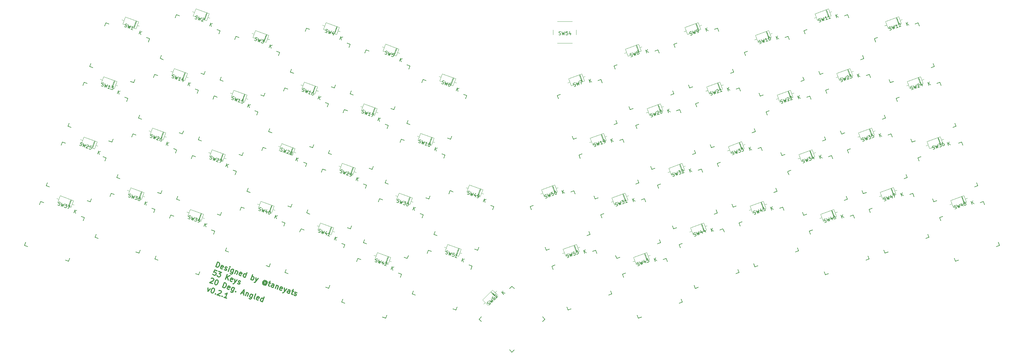
<source format=gbr>
G04 #@! TF.GenerationSoftware,KiCad,Pcbnew,(5.1.2)-1*
G04 #@! TF.CreationDate,2020-06-30T18:44:26+09:00*
G04 #@! TF.ProjectId,avion,6176696f-6e2e-46b6-9963-61645f706362,rev?*
G04 #@! TF.SameCoordinates,Original*
G04 #@! TF.FileFunction,Legend,Top*
G04 #@! TF.FilePolarity,Positive*
%FSLAX46Y46*%
G04 Gerber Fmt 4.6, Leading zero omitted, Abs format (unit mm)*
G04 Created by KiCad (PCBNEW (5.1.2)-1) date 2020-06-30 18:44:26*
%MOMM*%
%LPD*%
G04 APERTURE LIST*
%ADD10C,0.300000*%
%ADD11C,0.150000*%
%ADD12C,0.120000*%
G04 APERTURE END LIST*
D10*
X60513332Y-137834237D02*
X60506917Y-138896080D01*
X61184541Y-138078538D01*
X62161002Y-137901851D02*
X62295244Y-137950711D01*
X62405056Y-138066692D01*
X62447747Y-138158243D01*
X62466008Y-138316915D01*
X62435408Y-138609829D01*
X62313258Y-138945433D01*
X62148417Y-139189487D01*
X62032437Y-139299298D01*
X61940886Y-139341989D01*
X61782214Y-139360250D01*
X61647972Y-139311390D01*
X61538160Y-139195409D01*
X61495469Y-139103858D01*
X61477208Y-138945187D01*
X61507808Y-138652273D01*
X61629958Y-138316668D01*
X61794799Y-138072615D01*
X61910779Y-137962803D01*
X62002330Y-137920112D01*
X62161002Y-137901851D01*
X62770766Y-139568029D02*
X62813457Y-139659580D01*
X62721906Y-139702270D01*
X62679216Y-139610720D01*
X62770766Y-139568029D01*
X62721906Y-139702270D01*
X63790165Y-138646843D02*
X63881716Y-138604152D01*
X64040387Y-138585892D01*
X64375992Y-138708042D01*
X64485804Y-138824023D01*
X64528495Y-138915573D01*
X64546756Y-139074245D01*
X64497896Y-139208487D01*
X64357485Y-139385420D01*
X63258874Y-139897710D01*
X64131445Y-140215301D01*
X64784393Y-140300929D02*
X64827084Y-140392480D01*
X64735533Y-140435171D01*
X64692843Y-140343620D01*
X64784393Y-140300929D01*
X64735533Y-140435171D01*
X66145072Y-140948201D02*
X65339622Y-140655041D01*
X65742347Y-140801621D02*
X66255377Y-139392082D01*
X66047845Y-139544585D01*
X65864744Y-139629966D01*
X65706072Y-139648227D01*
X62882643Y-131469386D02*
X63395673Y-130059847D01*
X63731278Y-130181997D01*
X63908210Y-130322408D01*
X63993592Y-130505510D01*
X64011853Y-130664182D01*
X63981254Y-130957095D01*
X63907964Y-131158458D01*
X63743123Y-131402512D01*
X63627142Y-131512323D01*
X63444040Y-131597705D01*
X63218247Y-131591536D01*
X62882643Y-131469386D01*
X64853579Y-132110735D02*
X64694907Y-132128996D01*
X64426424Y-132031276D01*
X64316612Y-131915295D01*
X64298351Y-131756624D01*
X64493791Y-131219656D01*
X64609772Y-131109845D01*
X64768444Y-131091584D01*
X65036927Y-131189304D01*
X65146739Y-131305285D01*
X65165000Y-131463956D01*
X65116140Y-131598198D01*
X64396071Y-131488140D01*
X65457667Y-132330606D02*
X65567479Y-132446586D01*
X65835963Y-132544306D01*
X65994634Y-132526046D01*
X66110615Y-132416234D01*
X66135045Y-132349113D01*
X66116785Y-132190441D01*
X66006973Y-132074460D01*
X65805610Y-132001170D01*
X65695798Y-131885189D01*
X65677537Y-131726517D01*
X65701967Y-131659397D01*
X65817948Y-131549585D01*
X65976620Y-131531324D01*
X66177983Y-131604614D01*
X66287795Y-131720595D01*
X66641413Y-132837467D02*
X66983434Y-131897774D01*
X67154444Y-131427928D02*
X67062893Y-131470619D01*
X67105584Y-131562169D01*
X67197135Y-131519479D01*
X67154444Y-131427928D01*
X67105584Y-131562169D01*
X68258731Y-132361944D02*
X67843421Y-133503000D01*
X67727440Y-133612811D01*
X67635889Y-133655502D01*
X67477217Y-133673763D01*
X67275854Y-133600473D01*
X67166042Y-133484492D01*
X67941141Y-133234516D02*
X67782469Y-133252777D01*
X67513985Y-133155057D01*
X67404173Y-133039076D01*
X67361482Y-132947525D01*
X67343222Y-132788853D01*
X67489802Y-132386128D01*
X67605783Y-132276316D01*
X67697334Y-132233625D01*
X67856005Y-132215364D01*
X68124489Y-132313084D01*
X68234301Y-132429065D01*
X68929940Y-132606244D02*
X68587920Y-133545937D01*
X68881080Y-132740486D02*
X68972631Y-132697795D01*
X69131302Y-132679534D01*
X69332665Y-132752824D01*
X69442477Y-132868805D01*
X69460738Y-133027477D01*
X69192008Y-133765807D01*
X70424614Y-134138426D02*
X70265942Y-134156687D01*
X69997459Y-134058967D01*
X69887647Y-133942986D01*
X69869386Y-133784314D01*
X70064826Y-133247347D01*
X70180807Y-133137535D01*
X70339479Y-133119275D01*
X70607962Y-133216995D01*
X70717774Y-133332975D01*
X70736035Y-133491647D01*
X70687175Y-133625889D01*
X69967106Y-133515831D01*
X71675481Y-134669717D02*
X72188511Y-133260178D01*
X71699911Y-134602596D02*
X71541239Y-134620857D01*
X71272756Y-134523137D01*
X71162944Y-134407156D01*
X71120253Y-134315605D01*
X71101992Y-134156934D01*
X71248572Y-133754208D01*
X71364553Y-133644396D01*
X71456104Y-133601706D01*
X71614776Y-133583445D01*
X71883259Y-133681165D01*
X71993071Y-133797146D01*
X73420625Y-135304898D02*
X73933655Y-133895359D01*
X73738215Y-134432326D02*
X73896886Y-134414065D01*
X74165370Y-134511785D01*
X74275182Y-134627766D01*
X74317873Y-134719317D01*
X74336134Y-134877989D01*
X74189554Y-135280714D01*
X74073573Y-135390526D01*
X73982022Y-135433217D01*
X73823350Y-135451478D01*
X73554866Y-135353758D01*
X73445055Y-135237777D01*
X74903700Y-134780515D02*
X74897284Y-135842358D01*
X75574909Y-135024815D02*
X74897284Y-135842358D01*
X74640892Y-136129102D01*
X74549342Y-136171793D01*
X74390670Y-136190054D01*
X77960662Y-136197209D02*
X77917971Y-136105658D01*
X77808160Y-135989677D01*
X77673918Y-135940817D01*
X77515246Y-135959078D01*
X77423695Y-136001769D01*
X77307714Y-136111581D01*
X77258854Y-136245823D01*
X77277115Y-136404495D01*
X77319806Y-136496046D01*
X77429618Y-136612026D01*
X77563860Y-136660886D01*
X77722531Y-136642626D01*
X77814082Y-136599935D01*
X78009522Y-136062967D02*
X77814082Y-136599935D01*
X77856773Y-136691486D01*
X77923894Y-136715916D01*
X78082566Y-136697655D01*
X78198547Y-136587843D01*
X78320697Y-136252238D01*
X78259745Y-136002016D01*
X78107242Y-135794484D01*
X77863189Y-135629643D01*
X77570275Y-135599044D01*
X77320052Y-135659996D01*
X77112521Y-135812498D01*
X76947680Y-136056552D01*
X76917081Y-136349465D01*
X76978032Y-136599688D01*
X77130535Y-136807220D01*
X77374589Y-136972061D01*
X77667502Y-137002660D01*
X77917725Y-136941708D01*
X78796712Y-136197456D02*
X79333679Y-136392896D01*
X79169085Y-135800900D02*
X78729345Y-137009076D01*
X78747606Y-137167748D01*
X78857418Y-137283728D01*
X78991659Y-137332589D01*
X80065594Y-137723469D02*
X80334324Y-136985139D01*
X80316063Y-136826467D01*
X80206251Y-136710486D01*
X79937768Y-136612766D01*
X79779096Y-136631027D01*
X80090024Y-137656348D02*
X79931352Y-137674609D01*
X79595747Y-137552459D01*
X79485936Y-137436478D01*
X79467675Y-137277806D01*
X79516535Y-137143564D01*
X79632516Y-137033752D01*
X79791188Y-137015491D01*
X80126792Y-137137641D01*
X80285464Y-137119381D01*
X81078823Y-137028076D02*
X80736803Y-137967769D01*
X81029963Y-137162318D02*
X81121514Y-137119627D01*
X81280186Y-137101366D01*
X81481548Y-137174656D01*
X81591360Y-137290637D01*
X81609621Y-137449309D01*
X81340891Y-138187639D01*
X82573497Y-138560258D02*
X82414825Y-138578519D01*
X82146342Y-138480799D01*
X82036530Y-138364818D01*
X82018269Y-138206146D01*
X82213709Y-137669179D01*
X82329690Y-137559367D01*
X82488362Y-137541106D01*
X82756845Y-137638826D01*
X82866657Y-137754807D01*
X82884918Y-137913479D01*
X82836058Y-138047721D01*
X82115989Y-137937663D01*
X83428054Y-137883127D02*
X83421639Y-138944969D01*
X84099263Y-138127427D02*
X83421639Y-138944969D01*
X83165247Y-139231714D01*
X83073696Y-139274405D01*
X82915024Y-139292665D01*
X84898299Y-139482429D02*
X85167029Y-138744099D01*
X85148768Y-138585428D01*
X85038956Y-138469447D01*
X84770472Y-138371727D01*
X84611801Y-138389988D01*
X84922729Y-139415308D02*
X84764057Y-139433569D01*
X84428452Y-139311419D01*
X84318641Y-139195438D01*
X84300380Y-139036767D01*
X84349240Y-138902525D01*
X84465221Y-138792713D01*
X84623892Y-138774452D01*
X84959497Y-138896602D01*
X85118169Y-138878341D01*
X85710165Y-138713747D02*
X86247132Y-138909187D01*
X86082538Y-138317191D02*
X85642798Y-139525367D01*
X85661059Y-139684039D01*
X85770870Y-139800020D01*
X85905112Y-139848880D01*
X86332268Y-139928339D02*
X86442079Y-140044320D01*
X86710563Y-140142040D01*
X86869235Y-140123779D01*
X86985216Y-140013967D01*
X87009646Y-139946846D01*
X86991385Y-139788174D01*
X86881573Y-139672193D01*
X86680210Y-139598903D01*
X86570399Y-139482922D01*
X86552138Y-139324251D01*
X86576568Y-139257130D01*
X86692549Y-139147318D01*
X86851220Y-139129057D01*
X87052583Y-139202347D01*
X87162395Y-139318328D01*
X63194731Y-132700363D02*
X62523522Y-132456063D01*
X62212101Y-133102842D01*
X62303652Y-133060151D01*
X62462324Y-133041890D01*
X62797928Y-133164040D01*
X62907740Y-133280021D01*
X62950431Y-133371572D01*
X62968692Y-133530244D01*
X62846542Y-133865849D01*
X62730561Y-133975660D01*
X62639010Y-134018351D01*
X62480338Y-134036612D01*
X62144734Y-133914462D01*
X62034922Y-133798481D01*
X61992231Y-133706930D01*
X63731698Y-132895803D02*
X64604270Y-133213393D01*
X63938984Y-133579351D01*
X64140346Y-133652641D01*
X64250158Y-133768622D01*
X64292849Y-133860172D01*
X64311110Y-134018844D01*
X64188960Y-134354449D01*
X64072979Y-134464261D01*
X63981428Y-134506951D01*
X63822756Y-134525212D01*
X63420031Y-134378632D01*
X63310219Y-134262651D01*
X63267528Y-134171100D01*
X65769262Y-135233683D02*
X66282293Y-133824144D01*
X66574713Y-135526843D02*
X66263785Y-134501522D01*
X67087743Y-134117304D02*
X65989133Y-134629595D01*
X67740199Y-135875032D02*
X67581527Y-135893293D01*
X67313043Y-135795573D01*
X67203231Y-135679592D01*
X67184971Y-135520920D01*
X67380411Y-134983953D01*
X67496392Y-134874141D01*
X67655063Y-134855880D01*
X67923547Y-134953600D01*
X68033359Y-135069581D01*
X68051620Y-135228253D01*
X68002760Y-135362495D01*
X67282691Y-135252437D01*
X68594756Y-135197900D02*
X68588340Y-136259743D01*
X69265965Y-135442200D02*
X68588340Y-136259743D01*
X68331948Y-136546488D01*
X68240398Y-136589178D01*
X68081726Y-136607439D01*
X69418221Y-136485782D02*
X69528033Y-136601763D01*
X69796517Y-136699483D01*
X69955188Y-136681222D01*
X70071169Y-136571411D01*
X70095599Y-136504290D01*
X70077338Y-136345618D01*
X69967527Y-136229637D01*
X69766164Y-136156347D01*
X69656352Y-136040366D01*
X69638091Y-135881694D01*
X69662521Y-135814573D01*
X69778502Y-135704761D01*
X69937174Y-135686501D01*
X70138537Y-135759791D01*
X70248348Y-135875772D01*
X61535390Y-134962091D02*
X61626941Y-134919400D01*
X61785613Y-134901139D01*
X62121217Y-135023289D01*
X62231029Y-135139270D01*
X62273720Y-135230821D01*
X62291981Y-135389493D01*
X62243121Y-135523735D01*
X62102710Y-135700667D01*
X61004099Y-136212958D01*
X61876671Y-136530548D01*
X63262273Y-135438599D02*
X63396515Y-135487459D01*
X63506326Y-135603440D01*
X63549017Y-135694991D01*
X63567278Y-135853663D01*
X63536679Y-136146577D01*
X63414529Y-136482181D01*
X63249688Y-136726235D01*
X63133707Y-136836047D01*
X63042156Y-136878737D01*
X62883484Y-136896998D01*
X62749243Y-136848138D01*
X62639431Y-136732157D01*
X62596740Y-136640606D01*
X62578479Y-136481935D01*
X62609078Y-136189021D01*
X62731228Y-135853417D01*
X62896069Y-135609363D01*
X63012050Y-135499551D01*
X63103601Y-135456860D01*
X63262273Y-135438599D01*
X64897111Y-137629899D02*
X65410142Y-136220360D01*
X65745746Y-136342510D01*
X65922679Y-136482921D01*
X66008061Y-136666022D01*
X66026322Y-136824694D01*
X65995722Y-137117608D01*
X65922432Y-137318971D01*
X65757591Y-137563024D01*
X65641610Y-137672836D01*
X65458509Y-137758218D01*
X65232716Y-137752049D01*
X64897111Y-137629899D01*
X66868048Y-138271248D02*
X66709376Y-138289509D01*
X66440892Y-138191789D01*
X66331080Y-138075808D01*
X66312820Y-137917136D01*
X66508260Y-137380169D01*
X66624241Y-137270357D01*
X66782912Y-137252096D01*
X67051396Y-137349816D01*
X67161208Y-137465797D01*
X67179469Y-137624469D01*
X67130609Y-137758711D01*
X66410540Y-137648653D01*
X68460935Y-137862846D02*
X68045625Y-139003902D01*
X67929644Y-139113714D01*
X67838093Y-139156404D01*
X67679421Y-139174665D01*
X67478058Y-139101375D01*
X67368247Y-138985394D01*
X68143345Y-138735418D02*
X67984673Y-138753679D01*
X67716189Y-138655959D01*
X67606378Y-138539978D01*
X67563687Y-138448427D01*
X67545426Y-138289755D01*
X67692006Y-137887030D01*
X67807987Y-137777218D01*
X67899538Y-137734527D01*
X68058209Y-137716266D01*
X68326693Y-137813986D01*
X68436505Y-137929967D01*
X68838984Y-138912597D02*
X68881675Y-139004148D01*
X68790124Y-139046839D01*
X68747433Y-138955288D01*
X68838984Y-138912597D01*
X68790124Y-139046839D01*
X70614726Y-139254864D02*
X71285935Y-139499164D01*
X70333904Y-139608729D02*
X71316781Y-138370201D01*
X71273597Y-139950750D01*
X72085464Y-139182067D02*
X71743443Y-140121760D01*
X72036604Y-139316309D02*
X72128154Y-139273618D01*
X72286826Y-139255357D01*
X72488189Y-139328647D01*
X72598001Y-139444628D01*
X72616262Y-139603300D01*
X72347532Y-140341630D01*
X73964849Y-139866107D02*
X73549539Y-141007163D01*
X73433558Y-141116974D01*
X73342007Y-141159665D01*
X73183335Y-141177926D01*
X72981972Y-141104636D01*
X72872160Y-140988655D01*
X73647259Y-140738679D02*
X73488587Y-140756940D01*
X73220103Y-140659220D01*
X73110291Y-140543239D01*
X73067601Y-140451688D01*
X73049340Y-140293016D01*
X73195920Y-139890291D01*
X73311901Y-139780479D01*
X73403452Y-139737788D01*
X73562123Y-139719527D01*
X73830607Y-139817247D01*
X73940419Y-139933228D01*
X74495400Y-141123390D02*
X74385589Y-141007409D01*
X74367328Y-140848737D01*
X74807068Y-139640561D01*
X75593765Y-141447149D02*
X75435093Y-141465410D01*
X75166609Y-141367690D01*
X75056798Y-141251709D01*
X75038537Y-141093037D01*
X75233977Y-140556070D01*
X75349958Y-140446258D01*
X75508630Y-140427998D01*
X75777113Y-140525718D01*
X75886925Y-140641699D01*
X75905186Y-140800370D01*
X75856326Y-140934612D01*
X75136257Y-140824554D01*
X76844632Y-141978440D02*
X77357662Y-140568902D01*
X76869062Y-141911320D02*
X76710390Y-141929580D01*
X76441907Y-141831860D01*
X76332095Y-141715879D01*
X76289404Y-141624329D01*
X76271143Y-141465657D01*
X76417723Y-141062931D01*
X76533704Y-140953120D01*
X76625255Y-140910429D01*
X76783927Y-140892168D01*
X77052410Y-140989888D01*
X77162222Y-141105869D01*
D11*
X29500978Y-59118057D02*
X29842998Y-58178365D01*
X25054716Y-71334061D02*
X25994408Y-71676081D01*
X30782690Y-58520385D02*
X29842998Y-58178365D01*
X25054716Y-71334061D02*
X25396736Y-70394369D01*
X38552432Y-75182651D02*
X38210412Y-76122343D01*
X42998694Y-62966647D02*
X42059002Y-62624627D01*
X37270720Y-75780323D02*
X38210412Y-76122343D01*
X42998694Y-62966647D02*
X42656674Y-63906339D01*
X176882942Y-126514125D02*
X177224962Y-127453817D01*
X180731532Y-140011841D02*
X181671224Y-139669821D01*
X176882942Y-126514125D02*
X175943250Y-126856145D01*
X181329204Y-138730129D02*
X181671224Y-139669821D01*
X168515528Y-144458103D02*
X168173508Y-143518411D01*
X164666938Y-130960387D02*
X163727246Y-131302407D01*
X168515528Y-144458103D02*
X169455220Y-144116083D01*
X164069266Y-132242099D02*
X163727246Y-131302407D01*
D12*
X38329716Y-59772115D02*
X39095841Y-57667203D01*
X38104190Y-59690030D02*
X38870315Y-57585118D01*
X38216953Y-59731072D02*
X38983078Y-57626161D01*
X34681498Y-57252392D02*
X35292298Y-57474706D01*
X39887395Y-59147184D02*
X39276594Y-58924871D01*
X34909235Y-58527161D02*
X38893532Y-59977327D01*
X35675360Y-56422250D02*
X34909235Y-58527161D01*
X39659657Y-57872415D02*
X35675360Y-56422250D01*
X38893532Y-59977327D02*
X39659657Y-57872415D01*
X60052417Y-57542236D02*
X60818542Y-55437324D01*
X60818542Y-55437324D02*
X56834245Y-53987159D01*
X56834245Y-53987159D02*
X56068120Y-56092070D01*
X56068120Y-56092070D02*
X60052417Y-57542236D01*
X61046280Y-56712093D02*
X60435479Y-56489780D01*
X55840383Y-54817301D02*
X56451183Y-55039615D01*
X59375838Y-57295981D02*
X60141963Y-55191070D01*
X59263075Y-57254939D02*
X60029200Y-55150027D01*
X59488601Y-57337024D02*
X60254726Y-55232112D01*
X77389748Y-63852510D02*
X78155873Y-61747598D01*
X77164222Y-63770425D02*
X77930347Y-61665513D01*
X77276985Y-63811467D02*
X78043110Y-61706556D01*
X73741530Y-61332787D02*
X74352330Y-61555101D01*
X78947427Y-63227579D02*
X78336626Y-63005266D01*
X73969267Y-62607556D02*
X77953564Y-64057722D01*
X74735392Y-60502645D02*
X73969267Y-62607556D01*
X78719689Y-61952810D02*
X74735392Y-60502645D01*
X77953564Y-64057722D02*
X78719689Y-61952810D01*
X99112450Y-61622632D02*
X99878575Y-59517720D01*
X99878575Y-59517720D02*
X95894278Y-58067555D01*
X95894278Y-58067555D02*
X95128153Y-60172466D01*
X95128153Y-60172466D02*
X99112450Y-61622632D01*
X100106313Y-60792489D02*
X99495512Y-60570176D01*
X94900416Y-58897697D02*
X95511216Y-59120011D01*
X98435871Y-61376377D02*
X99201996Y-59271466D01*
X98323108Y-61335335D02*
X99089233Y-59230423D01*
X98548634Y-61417420D02*
X99314759Y-59312508D01*
X116449780Y-67932903D02*
X117215905Y-65827991D01*
X116224254Y-67850818D02*
X116990379Y-65745906D01*
X116337017Y-67891860D02*
X117103142Y-65786949D01*
X112801562Y-65413180D02*
X113412362Y-65635494D01*
X118007459Y-67307972D02*
X117396658Y-67085659D01*
X113029299Y-66687949D02*
X117013596Y-68138115D01*
X113795424Y-64583038D02*
X113029299Y-66687949D01*
X117779721Y-66033203D02*
X113795424Y-64583038D01*
X117013596Y-68138115D02*
X117779721Y-66033203D01*
X133482190Y-76835210D02*
X134248315Y-74730298D01*
X133256664Y-76753125D02*
X134022789Y-74648213D01*
X133369427Y-76794167D02*
X134135552Y-74689256D01*
X129833972Y-74315487D02*
X130444772Y-74537801D01*
X135039869Y-76210279D02*
X134429068Y-75987966D01*
X130061709Y-75590256D02*
X134046006Y-77040422D01*
X130827834Y-73485345D02*
X130061709Y-75590256D01*
X134812131Y-74935510D02*
X130827834Y-73485345D01*
X134046006Y-77040422D02*
X134812131Y-74935510D01*
X173429141Y-75594573D02*
X172663016Y-73489661D01*
X172663016Y-73489661D02*
X168678719Y-74939827D01*
X168678719Y-74939827D02*
X169444844Y-77044738D01*
X169444844Y-77044738D02*
X173429141Y-75594573D01*
X173656879Y-74319804D02*
X173046078Y-74542117D01*
X168450982Y-76214596D02*
X169061782Y-75992282D01*
X172752562Y-75840827D02*
X171986437Y-73735916D01*
X172639799Y-75881870D02*
X171873674Y-73776958D01*
X172865325Y-75799785D02*
X172099200Y-73694873D01*
X189897738Y-66897483D02*
X189131613Y-64792571D01*
X189672212Y-66979568D02*
X188906087Y-64874656D01*
X189784975Y-66938525D02*
X189018850Y-64833614D01*
X185483395Y-67312294D02*
X186094195Y-67089980D01*
X190689292Y-65417502D02*
X190078491Y-65639815D01*
X186477257Y-68142436D02*
X190461554Y-66692271D01*
X185711132Y-66037525D02*
X186477257Y-68142436D01*
X189695429Y-64587359D02*
X185711132Y-66037525D01*
X190461554Y-66692271D02*
X189695429Y-64587359D01*
X207798877Y-60381996D02*
X207032752Y-58277084D01*
X207573351Y-60464081D02*
X206807226Y-58359169D01*
X207686114Y-60423038D02*
X206919989Y-58318127D01*
X203384534Y-60796807D02*
X203995334Y-60574493D01*
X208590431Y-58902015D02*
X207979630Y-59124328D01*
X204378396Y-61626949D02*
X208362693Y-60176784D01*
X203612271Y-59522038D02*
X204378396Y-61626949D01*
X207596568Y-58071872D02*
X203612271Y-59522038D01*
X208362693Y-60176784D02*
X207596568Y-58071872D01*
X228957760Y-62817085D02*
X228191635Y-60712173D01*
X228732234Y-62899170D02*
X227966109Y-60794258D01*
X228844997Y-62858127D02*
X228078872Y-60753216D01*
X224543417Y-63231896D02*
X225154217Y-63009582D01*
X229749314Y-61337104D02*
X229138513Y-61559417D01*
X225537279Y-64062038D02*
X229521576Y-62611873D01*
X224771154Y-61957127D02*
X225537279Y-64062038D01*
X228755451Y-60506961D02*
X224771154Y-61957127D01*
X229521576Y-62611873D02*
X228755451Y-60506961D01*
X246858913Y-56301594D02*
X246092788Y-54196682D01*
X246633387Y-56383679D02*
X245867262Y-54278767D01*
X246746150Y-56342636D02*
X245980025Y-54237725D01*
X242444570Y-56716405D02*
X243055370Y-56494091D01*
X247650467Y-54821613D02*
X247039666Y-55043926D01*
X243438432Y-57546547D02*
X247422729Y-56096382D01*
X242672307Y-55441636D02*
X243438432Y-57546547D01*
X246656604Y-53991470D02*
X242672307Y-55441636D01*
X247422729Y-56096382D02*
X246656604Y-53991470D01*
X268553759Y-58454935D02*
X267787634Y-56350023D01*
X267787634Y-56350023D02*
X263803337Y-57800189D01*
X263803337Y-57800189D02*
X264569462Y-59905100D01*
X264569462Y-59905100D02*
X268553759Y-58454935D01*
X268781497Y-57180166D02*
X268170696Y-57402479D01*
X263575600Y-59074958D02*
X264186400Y-58852644D01*
X267877180Y-58701189D02*
X267111055Y-56596278D01*
X267764417Y-58742232D02*
X266998292Y-56637320D01*
X267989943Y-58660147D02*
X267223818Y-56555235D01*
X32378049Y-77878465D02*
X33144174Y-75773553D01*
X33144174Y-75773553D02*
X29159877Y-74323388D01*
X29159877Y-74323388D02*
X28393752Y-76428299D01*
X28393752Y-76428299D02*
X32378049Y-77878465D01*
X33371912Y-77048322D02*
X32761111Y-76826009D01*
X28166015Y-75153530D02*
X28776815Y-75375844D01*
X31701470Y-77632210D02*
X32467595Y-75527299D01*
X31588707Y-77591168D02*
X32354832Y-75486256D01*
X31814233Y-77673253D02*
X32580358Y-75568341D01*
X52973117Y-75238172D02*
X53739242Y-73133260D01*
X52747591Y-75156087D02*
X53513716Y-73051175D01*
X52860354Y-75197129D02*
X53626479Y-73092218D01*
X49324899Y-72718449D02*
X49935699Y-72940763D01*
X54530796Y-74613241D02*
X53919995Y-74390928D01*
X49552636Y-73993218D02*
X53536933Y-75443384D01*
X50318761Y-71888307D02*
X49552636Y-73993218D01*
X54303058Y-73338472D02*
X50318761Y-71888307D01*
X53536933Y-75443384D02*
X54303058Y-73338472D01*
X70874261Y-81753651D02*
X71640386Y-79648739D01*
X70648735Y-81671566D02*
X71414860Y-79566654D01*
X70761498Y-81712608D02*
X71527623Y-79607697D01*
X67226043Y-79233928D02*
X67836843Y-79456242D01*
X72431940Y-81128720D02*
X71821139Y-80906407D01*
X67453780Y-80508697D02*
X71438077Y-81958863D01*
X68219905Y-78403786D02*
X67453780Y-80508697D01*
X72204202Y-79853951D02*
X68219905Y-78403786D01*
X71438077Y-81958863D02*
X72204202Y-79853951D01*
X92596962Y-79523777D02*
X93363087Y-77418865D01*
X93363087Y-77418865D02*
X89378790Y-75968700D01*
X89378790Y-75968700D02*
X88612665Y-78073611D01*
X88612665Y-78073611D02*
X92596962Y-79523777D01*
X93590825Y-78693634D02*
X92980024Y-78471321D01*
X88384928Y-76798842D02*
X88995728Y-77021156D01*
X91920383Y-79277522D02*
X92686508Y-77172611D01*
X91807620Y-79236480D02*
X92573745Y-77131568D01*
X92033146Y-79318565D02*
X92799271Y-77213653D01*
X109934294Y-85834048D02*
X110700419Y-83729136D01*
X109708768Y-85751963D02*
X110474893Y-83647051D01*
X109821531Y-85793005D02*
X110587656Y-83688094D01*
X106286076Y-83314325D02*
X106896876Y-83536639D01*
X111491973Y-85209117D02*
X110881172Y-84986804D01*
X106513813Y-84589094D02*
X110498110Y-86039260D01*
X107279938Y-82484183D02*
X106513813Y-84589094D01*
X111264235Y-83934348D02*
X107279938Y-82484183D01*
X110498110Y-86039260D02*
X111264235Y-83934348D01*
X127530518Y-94941558D02*
X128296643Y-92836646D01*
X128296643Y-92836646D02*
X124312346Y-91386481D01*
X124312346Y-91386481D02*
X123546221Y-93491392D01*
X123546221Y-93491392D02*
X127530518Y-94941558D01*
X128524381Y-94111415D02*
X127913580Y-93889102D01*
X123318484Y-92216623D02*
X123929284Y-92438937D01*
X126853939Y-94695303D02*
X127620064Y-92590392D01*
X126741176Y-94654261D02*
X127507301Y-92549349D01*
X126966702Y-94736346D02*
X127732827Y-92631434D01*
X179944623Y-93495714D02*
X179178498Y-91390802D01*
X179178498Y-91390802D02*
X175194201Y-92840968D01*
X175194201Y-92840968D02*
X175960326Y-94945879D01*
X175960326Y-94945879D02*
X179944623Y-93495714D01*
X180172361Y-92220945D02*
X179561560Y-92443258D01*
X174966464Y-94115737D02*
X175577264Y-93893423D01*
X179268044Y-93741968D02*
X178501919Y-91637057D01*
X179155281Y-93783011D02*
X178389156Y-91678099D01*
X179380807Y-93700926D02*
X178614682Y-91596014D01*
X196977039Y-84593410D02*
X196210914Y-82488498D01*
X196210914Y-82488498D02*
X192226617Y-83938664D01*
X192226617Y-83938664D02*
X192992742Y-86043575D01*
X192992742Y-86043575D02*
X196977039Y-84593410D01*
X197204777Y-83318641D02*
X196593976Y-83540954D01*
X191998880Y-85213433D02*
X192609680Y-84991119D01*
X196300460Y-84839664D02*
X195534335Y-82734753D01*
X196187697Y-84880707D02*
X195421572Y-82775795D01*
X196413223Y-84798622D02*
X195647098Y-82693710D01*
X214878179Y-78077928D02*
X214112054Y-75973016D01*
X214112054Y-75973016D02*
X210127757Y-77423182D01*
X210127757Y-77423182D02*
X210893882Y-79528093D01*
X210893882Y-79528093D02*
X214878179Y-78077928D01*
X215105917Y-76803159D02*
X214495116Y-77025472D01*
X209900020Y-78697951D02*
X210510820Y-78475637D01*
X214201600Y-78324182D02*
X213435475Y-76219271D01*
X214088837Y-78365225D02*
X213322712Y-76260313D01*
X214314363Y-78283140D02*
X213548238Y-76178228D01*
X236037065Y-80513017D02*
X235270940Y-78408105D01*
X235270940Y-78408105D02*
X231286643Y-79858271D01*
X231286643Y-79858271D02*
X232052768Y-81963182D01*
X232052768Y-81963182D02*
X236037065Y-80513017D01*
X236264803Y-79238248D02*
X235654002Y-79460561D01*
X231058906Y-81133040D02*
X231669706Y-80910726D01*
X235360486Y-80759271D02*
X234594361Y-78654360D01*
X235247723Y-80800314D02*
X234481598Y-78695402D01*
X235473249Y-80718229D02*
X234707124Y-78613317D01*
X253374395Y-74202746D02*
X252608270Y-72097834D01*
X253148869Y-74284831D02*
X252382744Y-72179919D01*
X253261632Y-74243788D02*
X252495507Y-72138877D01*
X248960052Y-74617557D02*
X249570852Y-74395243D01*
X254165949Y-72722765D02*
X253555148Y-72945078D01*
X249953914Y-75447699D02*
X253938211Y-73997534D01*
X249187789Y-73342788D02*
X249953914Y-75447699D01*
X253172086Y-71892622D02*
X249187789Y-73342788D01*
X253938211Y-73997534D02*
X253172086Y-71892622D01*
X274533283Y-76637840D02*
X273767158Y-74532928D01*
X274307757Y-76719925D02*
X273541632Y-74615013D01*
X274420520Y-76678882D02*
X273654395Y-74573971D01*
X270118940Y-77052651D02*
X270729740Y-76830337D01*
X275324837Y-75157859D02*
X274714036Y-75380172D01*
X271112802Y-77882793D02*
X275097099Y-76432628D01*
X270346677Y-75777882D02*
X271112802Y-77882793D01*
X274330974Y-74327716D02*
X270346677Y-75777882D01*
X275097099Y-76432628D02*
X274330974Y-74327716D01*
X25895448Y-95791582D02*
X26661573Y-93686670D01*
X25669922Y-95709497D02*
X26436047Y-93604585D01*
X25782685Y-95750539D02*
X26548810Y-93645628D01*
X22247230Y-93271859D02*
X22858030Y-93494173D01*
X27453127Y-95166651D02*
X26842326Y-94944338D01*
X22474967Y-94546628D02*
X26459264Y-95996794D01*
X23241092Y-92441717D02*
X22474967Y-94546628D01*
X27225389Y-93891882D02*
X23241092Y-92441717D01*
X26459264Y-95996794D02*
X27225389Y-93891882D01*
X46457638Y-93139312D02*
X47223763Y-91034400D01*
X46232112Y-93057227D02*
X46998237Y-90952315D01*
X46344875Y-93098269D02*
X47111000Y-90993358D01*
X42809420Y-90619589D02*
X43420220Y-90841903D01*
X48015317Y-92514381D02*
X47404516Y-92292068D01*
X43037157Y-91894358D02*
X47021454Y-93344524D01*
X43803282Y-89789447D02*
X43037157Y-91894358D01*
X47787579Y-91239612D02*
X43803282Y-89789447D01*
X47021454Y-93344524D02*
X47787579Y-91239612D01*
X64922600Y-99860004D02*
X65688725Y-97755092D01*
X65688725Y-97755092D02*
X61704428Y-96304927D01*
X61704428Y-96304927D02*
X60938303Y-98409838D01*
X60938303Y-98409838D02*
X64922600Y-99860004D01*
X65916463Y-99029861D02*
X65305662Y-98807548D01*
X60710566Y-97135069D02*
X61321366Y-97357383D01*
X64246021Y-99613749D02*
X65012146Y-97508838D01*
X64133258Y-99572707D02*
X64899383Y-97467795D01*
X64358784Y-99654792D02*
X65124909Y-97549880D01*
X85300479Y-97816414D02*
X86066604Y-95711502D01*
X85074953Y-97734329D02*
X85841078Y-95629417D01*
X85187716Y-97775371D02*
X85953841Y-95670460D01*
X81652261Y-95296691D02*
X82263061Y-95519005D01*
X86858158Y-97191483D02*
X86247357Y-96969170D01*
X81879998Y-96571460D02*
X85864295Y-98021626D01*
X82646123Y-94466549D02*
X81879998Y-96571460D01*
X86630420Y-95916714D02*
X82646123Y-94466549D01*
X85864295Y-98021626D02*
X86630420Y-95916714D01*
X103418816Y-103735193D02*
X104184941Y-101630281D01*
X103193290Y-103653108D02*
X103959415Y-101548196D01*
X103306053Y-103694150D02*
X104072178Y-101589239D01*
X99770598Y-101215470D02*
X100381398Y-101437784D01*
X104976495Y-103110262D02*
X104365694Y-102887949D01*
X99998335Y-102490239D02*
X103982632Y-103940405D01*
X100764460Y-100385328D02*
X99998335Y-102490239D01*
X104748757Y-101835493D02*
X100764460Y-100385328D01*
X103982632Y-103940405D02*
X104748757Y-101835493D01*
X121015039Y-112842703D02*
X121781164Y-110737791D01*
X121781164Y-110737791D02*
X117796867Y-109287626D01*
X117796867Y-109287626D02*
X117030742Y-111392537D01*
X117030742Y-111392537D02*
X121015039Y-112842703D01*
X122008902Y-112012560D02*
X121398101Y-111790247D01*
X116803005Y-110117768D02*
X117413805Y-110340082D01*
X120338460Y-112596448D02*
X121104585Y-110491537D01*
X120225697Y-112555406D02*
X120991822Y-110450494D01*
X120451223Y-112637491D02*
X121217348Y-110532579D01*
X185896288Y-111602071D02*
X185130163Y-109497159D01*
X185670762Y-111684156D02*
X184904637Y-109579244D01*
X185783525Y-111643113D02*
X185017400Y-109538202D01*
X181481945Y-112016882D02*
X182092745Y-111794568D01*
X186687842Y-110122090D02*
X186077041Y-110344403D01*
X182475807Y-112847024D02*
X186460104Y-111396859D01*
X181709682Y-110742113D02*
X182475807Y-112847024D01*
X185693979Y-109291947D02*
X181709682Y-110742113D01*
X186460104Y-111396859D02*
X185693979Y-109291947D01*
X202928704Y-102699764D02*
X202162579Y-100594852D01*
X202703178Y-102781849D02*
X201937053Y-100676937D01*
X202815941Y-102740806D02*
X202049816Y-100635895D01*
X198514361Y-103114575D02*
X199125161Y-102892261D01*
X203720258Y-101219783D02*
X203109457Y-101442096D01*
X199508223Y-103944717D02*
X203492520Y-102494552D01*
X198742098Y-101839806D02*
X199508223Y-103944717D01*
X202726395Y-100389640D02*
X198742098Y-101839806D01*
X203492520Y-102494552D02*
X202726395Y-100389640D01*
X221393670Y-95979078D02*
X220627545Y-93874166D01*
X220627545Y-93874166D02*
X216643248Y-95324332D01*
X216643248Y-95324332D02*
X217409373Y-97429243D01*
X217409373Y-97429243D02*
X221393670Y-95979078D01*
X221621408Y-94704309D02*
X221010607Y-94926622D01*
X216415511Y-96599101D02*
X217026311Y-96376787D01*
X220717091Y-96225332D02*
X219950966Y-94120421D01*
X220604328Y-96266375D02*
X219838203Y-94161463D01*
X220829854Y-96184290D02*
X220063729Y-94079378D01*
X242552544Y-98414163D02*
X241786419Y-96309251D01*
X241786419Y-96309251D02*
X237802122Y-97759417D01*
X237802122Y-97759417D02*
X238568247Y-99864328D01*
X238568247Y-99864328D02*
X242552544Y-98414163D01*
X242780282Y-97139394D02*
X242169481Y-97361707D01*
X237574385Y-99034186D02*
X238185185Y-98811872D01*
X241875965Y-98660417D02*
X241109840Y-96555506D01*
X241763202Y-98701460D02*
X240997077Y-96596548D01*
X241988728Y-98619375D02*
X241222603Y-96514463D01*
X260453695Y-91898682D02*
X259687570Y-89793770D01*
X259687570Y-89793770D02*
X255703273Y-91243936D01*
X255703273Y-91243936D02*
X256469398Y-93348847D01*
X256469398Y-93348847D02*
X260453695Y-91898682D01*
X260681433Y-90623913D02*
X260070632Y-90846226D01*
X255475536Y-92518705D02*
X256086336Y-92296391D01*
X259777116Y-92144936D02*
X259010991Y-90040025D01*
X259664353Y-92185979D02*
X258898228Y-90081067D01*
X259889879Y-92103894D02*
X259123754Y-89998982D01*
X280988021Y-94474413D02*
X280221896Y-92369501D01*
X280221896Y-92369501D02*
X276237599Y-93819667D01*
X276237599Y-93819667D02*
X277003724Y-95924578D01*
X277003724Y-95924578D02*
X280988021Y-94474413D01*
X281215759Y-93199644D02*
X280604958Y-93421957D01*
X276009862Y-95094436D02*
X276620662Y-94872122D01*
X280311442Y-94720667D02*
X279545317Y-92615756D01*
X280198679Y-94761710D02*
X279432554Y-92656798D01*
X280424205Y-94679625D02*
X279658080Y-92574713D01*
X18783262Y-113475554D02*
X19549387Y-111370642D01*
X18557736Y-113393469D02*
X19323861Y-111288557D01*
X18670499Y-113434511D02*
X19436624Y-111329600D01*
X15135044Y-110955831D02*
X15745844Y-111178145D01*
X20340941Y-112850623D02*
X19730140Y-112628310D01*
X15362781Y-112230600D02*
X19347078Y-113680766D01*
X16128906Y-110125689D02*
X15362781Y-112230600D01*
X20113203Y-111575854D02*
X16128906Y-110125689D01*
X19347078Y-113680766D02*
X20113203Y-111575854D01*
X39942151Y-111040458D02*
X40708276Y-108935546D01*
X39716625Y-110958373D02*
X40482750Y-108853461D01*
X39829388Y-110999415D02*
X40595513Y-108894504D01*
X36293933Y-108520735D02*
X36904733Y-108743049D01*
X41499830Y-110415527D02*
X40889029Y-110193214D01*
X36521670Y-109795504D02*
X40505967Y-111245670D01*
X37287795Y-107690593D02*
X36521670Y-109795504D01*
X41272092Y-109140758D02*
X37287795Y-107690593D01*
X40505967Y-111245670D02*
X41272092Y-109140758D01*
X58407111Y-117761151D02*
X59173236Y-115656239D01*
X59173236Y-115656239D02*
X55188939Y-114206074D01*
X55188939Y-114206074D02*
X54422814Y-116310985D01*
X54422814Y-116310985D02*
X58407111Y-117761151D01*
X59400974Y-116931008D02*
X58790173Y-116708695D01*
X54195077Y-115036216D02*
X54805877Y-115258530D01*
X57730532Y-117514896D02*
X58496657Y-115409985D01*
X57617769Y-117473854D02*
X58383894Y-115368942D01*
X57843295Y-117555939D02*
X58609420Y-115451027D01*
X79566000Y-115326062D02*
X80332125Y-113221150D01*
X80332125Y-113221150D02*
X76347828Y-111770985D01*
X76347828Y-111770985D02*
X75581703Y-113875896D01*
X75581703Y-113875896D02*
X79566000Y-115326062D01*
X80559863Y-114495919D02*
X79949062Y-114273606D01*
X75353966Y-112601127D02*
X75964766Y-112823441D01*
X78889421Y-115079807D02*
X79655546Y-112974896D01*
X78776658Y-115038765D02*
X79542783Y-112933853D01*
X79002184Y-115120850D02*
X79768309Y-113015938D01*
X97467144Y-121841548D02*
X98233269Y-119736636D01*
X98233269Y-119736636D02*
X94248972Y-118286471D01*
X94248972Y-118286471D02*
X93482847Y-120391382D01*
X93482847Y-120391382D02*
X97467144Y-121841548D01*
X98461007Y-121011405D02*
X97850206Y-120789092D01*
X93255110Y-119116613D02*
X93865910Y-119338927D01*
X96790565Y-121595293D02*
X97556690Y-119490382D01*
X96677802Y-121554251D02*
X97443927Y-119449339D01*
X96903328Y-121636336D02*
X97669453Y-119531424D01*
X114499554Y-130743851D02*
X115265679Y-128638939D01*
X115265679Y-128638939D02*
X111281382Y-127188774D01*
X111281382Y-127188774D02*
X110515257Y-129293685D01*
X110515257Y-129293685D02*
X114499554Y-130743851D01*
X115493417Y-129913708D02*
X114882616Y-129691395D01*
X110287520Y-128018916D02*
X110898320Y-128241230D01*
X113822975Y-130497596D02*
X114589100Y-128392685D01*
X113710212Y-130456554D02*
X114476337Y-128351642D01*
X113935738Y-130538639D02*
X114701863Y-128433727D01*
X192975588Y-129298002D02*
X192209463Y-127193090D01*
X192209463Y-127193090D02*
X188225166Y-128643256D01*
X188225166Y-128643256D02*
X188991291Y-130748167D01*
X188991291Y-130748167D02*
X192975588Y-129298002D01*
X193203326Y-128023233D02*
X192592525Y-128245546D01*
X187997429Y-129918025D02*
X188608229Y-129695711D01*
X192299009Y-129544256D02*
X191532884Y-127439345D01*
X192186246Y-129585299D02*
X191420121Y-127480387D01*
X192411772Y-129503214D02*
X191645647Y-127398302D01*
X210008005Y-120395695D02*
X209241880Y-118290783D01*
X209241880Y-118290783D02*
X205257583Y-119740949D01*
X205257583Y-119740949D02*
X206023708Y-121845860D01*
X206023708Y-121845860D02*
X210008005Y-120395695D01*
X210235743Y-119120926D02*
X209624942Y-119343239D01*
X205029846Y-121015718D02*
X205640646Y-120793404D01*
X209331426Y-120641949D02*
X208565301Y-118537038D01*
X209218663Y-120682992D02*
X208452538Y-118578080D01*
X209444189Y-120600907D02*
X208678064Y-118495995D01*
X227909148Y-113880219D02*
X227143023Y-111775307D01*
X227143023Y-111775307D02*
X223158726Y-113225473D01*
X223158726Y-113225473D02*
X223924851Y-115330384D01*
X223924851Y-115330384D02*
X227909148Y-113880219D01*
X228136886Y-112605450D02*
X227526085Y-112827763D01*
X222930989Y-114500242D02*
X223541789Y-114277928D01*
X227232569Y-114126473D02*
X226466444Y-112021562D01*
X227119806Y-114167516D02*
X226353681Y-112062604D01*
X227345332Y-114085431D02*
X226579207Y-111980519D01*
X248504217Y-116520514D02*
X247738092Y-114415602D01*
X248278691Y-116602599D02*
X247512566Y-114497687D01*
X248391454Y-116561556D02*
X247625329Y-114456645D01*
X244089874Y-116935325D02*
X244700674Y-116713011D01*
X249295771Y-115040533D02*
X248684970Y-115262846D01*
X245083736Y-117765467D02*
X249068033Y-116315302D01*
X244317611Y-115660556D02*
X245083736Y-117765467D01*
X248301908Y-114210390D02*
X244317611Y-115660556D01*
X249068033Y-116315302D02*
X248301908Y-114210390D01*
X266941319Y-109723286D02*
X266175194Y-107618374D01*
X266175194Y-107618374D02*
X262190897Y-109068540D01*
X262190897Y-109068540D02*
X262957022Y-111173451D01*
X262957022Y-111173451D02*
X266941319Y-109723286D01*
X267169057Y-108448517D02*
X266558256Y-108670830D01*
X261963160Y-110343309D02*
X262573960Y-110120995D01*
X266264740Y-109969540D02*
X265498615Y-107864629D01*
X266151977Y-110010583D02*
X265385852Y-107905671D01*
X266377503Y-109928498D02*
X265611378Y-107823586D01*
X287536395Y-112363581D02*
X286770270Y-110258669D01*
X287310869Y-112445666D02*
X286544744Y-110340754D01*
X287423632Y-112404623D02*
X286657507Y-110299712D01*
X283122052Y-112778392D02*
X283732852Y-112556078D01*
X288327949Y-110883600D02*
X287717148Y-111105913D01*
X284115914Y-113608534D02*
X288100211Y-112158369D01*
X283349789Y-111503623D02*
X284115914Y-113608534D01*
X287334086Y-110053457D02*
X283349789Y-111503623D01*
X288100211Y-112158369D02*
X287334086Y-110053457D01*
X142173924Y-110407615D02*
X142940049Y-108302703D01*
X142940049Y-108302703D02*
X138955752Y-106852538D01*
X138955752Y-106852538D02*
X138189627Y-108957449D01*
X138189627Y-108957449D02*
X142173924Y-110407615D01*
X143167787Y-109577472D02*
X142556986Y-109355159D01*
X137961890Y-107682680D02*
X138572690Y-107904994D01*
X141497345Y-110161360D02*
X142263470Y-108056449D01*
X141384582Y-110120318D02*
X142150707Y-108015406D01*
X141610108Y-110202403D02*
X142376233Y-108097491D01*
X164737400Y-109166980D02*
X163971275Y-107062068D01*
X164511874Y-109249065D02*
X163745749Y-107144153D01*
X164624637Y-109208022D02*
X163858512Y-107103111D01*
X160323057Y-109581791D02*
X160933857Y-109359477D01*
X165528954Y-107686999D02*
X164918153Y-107909312D01*
X161316919Y-110411933D02*
X165301216Y-108961768D01*
X160550794Y-108307022D02*
X161316919Y-110411933D01*
X164535091Y-106856856D02*
X160550794Y-108307022D01*
X165301216Y-108961768D02*
X164535091Y-106856856D01*
X135658443Y-128308763D02*
X136424568Y-126203851D01*
X136424568Y-126203851D02*
X132440271Y-124753686D01*
X132440271Y-124753686D02*
X131674146Y-126858597D01*
X131674146Y-126858597D02*
X135658443Y-128308763D01*
X136652306Y-127478620D02*
X136041505Y-127256307D01*
X131446409Y-125583828D02*
X132057209Y-125806142D01*
X134981864Y-128062508D02*
X135747989Y-125957597D01*
X134869101Y-128021466D02*
X135635226Y-125916554D01*
X135094627Y-128103551D02*
X135860752Y-125998639D01*
X147477614Y-140001605D02*
X145893695Y-138417686D01*
X145893695Y-138417686D02*
X142895562Y-141415819D01*
X142895562Y-141415819D02*
X144479481Y-142999738D01*
X144479481Y-142999738D02*
X147477614Y-140001605D01*
X147145274Y-138750026D02*
X146685655Y-139209645D01*
X143227902Y-142667398D02*
X143687522Y-142207778D01*
X146968497Y-140510722D02*
X145384578Y-138926803D01*
X146883644Y-140595575D02*
X145299725Y-139011656D01*
X147053350Y-140425869D02*
X145469431Y-138841950D01*
X171816702Y-126862918D02*
X171050577Y-124758006D01*
X171050577Y-124758006D02*
X167066280Y-126208172D01*
X167066280Y-126208172D02*
X167832405Y-128313083D01*
X167832405Y-128313083D02*
X171816702Y-126862918D01*
X172044440Y-125588149D02*
X171433639Y-125810462D01*
X166838543Y-127482941D02*
X167449343Y-127260627D01*
X171140123Y-127109172D02*
X170373998Y-125004261D01*
X171027360Y-127150215D02*
X170261235Y-125045303D01*
X171252886Y-127068130D02*
X170486761Y-124963218D01*
D11*
X64157574Y-60531570D02*
X63815554Y-61471262D01*
X58429600Y-73345246D02*
X59369292Y-73687266D01*
X64157574Y-60531570D02*
X63217882Y-60189550D01*
X59711312Y-72747574D02*
X59369292Y-73687266D01*
X46213596Y-68898984D02*
X46555616Y-67959292D01*
X51941570Y-56085308D02*
X51001878Y-55743288D01*
X46213596Y-68898984D02*
X47153288Y-69241004D01*
X50659858Y-56682980D02*
X51001878Y-55743288D01*
X68561007Y-63198453D02*
X68903027Y-62258761D01*
X64114745Y-75414457D02*
X65054437Y-75756477D01*
X69842719Y-62600781D02*
X68903027Y-62258761D01*
X64114745Y-75414457D02*
X64456765Y-74474765D01*
X77612461Y-79263047D02*
X77270441Y-80202739D01*
X82058723Y-67047043D02*
X81119031Y-66705023D01*
X76330749Y-79860719D02*
X77270441Y-80202739D01*
X82058723Y-67047043D02*
X81716703Y-67986735D01*
X103217613Y-64611954D02*
X102875593Y-65551646D01*
X97489639Y-77425630D02*
X98429331Y-77767650D01*
X103217613Y-64611954D02*
X102277921Y-64269934D01*
X98771351Y-76827958D02*
X98429331Y-77767650D01*
X85273635Y-72979368D02*
X85615655Y-72039676D01*
X91001609Y-60165692D02*
X90061917Y-59823672D01*
X85273635Y-72979368D02*
X86213327Y-73321388D01*
X89719897Y-60763364D02*
X90061917Y-59823672D01*
X107621039Y-67278847D02*
X107963059Y-66339155D01*
X103174777Y-79494851D02*
X104114469Y-79836871D01*
X108902751Y-66681175D02*
X107963059Y-66339155D01*
X103174777Y-79494851D02*
X103516797Y-78555159D01*
X116672493Y-83343441D02*
X116330473Y-84283133D01*
X121118755Y-71127437D02*
X120179063Y-70785417D01*
X115390781Y-83941113D02*
X116330473Y-84283133D01*
X121118755Y-71127437D02*
X120776735Y-72067129D01*
X138151167Y-80029747D02*
X137809147Y-80969439D01*
X132423193Y-92843423D02*
X133362885Y-93185443D01*
X138151167Y-80029747D02*
X137211475Y-79687727D01*
X133704905Y-92245751D02*
X133362885Y-93185443D01*
X120207189Y-88397161D02*
X120549209Y-87457469D01*
X125935163Y-75583485D02*
X124995471Y-75241465D01*
X120207189Y-88397161D02*
X121146881Y-88739181D01*
X124653451Y-76181157D02*
X124995471Y-75241465D01*
X178495374Y-75245783D02*
X178837394Y-76185475D01*
X182343964Y-88743499D02*
X183283656Y-88401479D01*
X178495374Y-75245783D02*
X177555682Y-75587803D01*
X182941636Y-87461787D02*
X183283656Y-88401479D01*
X170127960Y-93189761D02*
X169785940Y-92250069D01*
X166279370Y-79692045D02*
X165339678Y-80034065D01*
X170127960Y-93189761D02*
X171067652Y-92847741D01*
X165681698Y-80973757D02*
X165339678Y-80034065D01*
X195527790Y-66343475D02*
X195869810Y-67283167D01*
X199376380Y-79841191D02*
X200316072Y-79499171D01*
X195527790Y-66343475D02*
X194588098Y-66685495D01*
X199974052Y-78559479D02*
X200316072Y-79499171D01*
X187160376Y-84287453D02*
X186818356Y-83347761D01*
X183311786Y-70789737D02*
X182372094Y-71131757D01*
X187160376Y-84287453D02*
X188100068Y-83945433D01*
X182714114Y-72071449D02*
X182372094Y-71131757D01*
X200615258Y-65555971D02*
X200273238Y-64616279D01*
X205061520Y-77771975D02*
X206001212Y-77429955D01*
X201212930Y-64274259D02*
X200273238Y-64616279D01*
X205061520Y-77771975D02*
X204719500Y-76832283D01*
X217875196Y-72044001D02*
X218217216Y-72983693D01*
X213428934Y-59827997D02*
X212489242Y-60170017D01*
X217277524Y-73325713D02*
X218217216Y-72983693D01*
X213428934Y-59827997D02*
X213770954Y-60767689D01*
X221774139Y-67991060D02*
X221432119Y-67051368D01*
X226220401Y-80207064D02*
X227160093Y-79865044D01*
X222371811Y-66709348D02*
X221432119Y-67051368D01*
X226220401Y-80207064D02*
X225878381Y-79267372D01*
X239034077Y-74479090D02*
X239376097Y-75418782D01*
X234587815Y-62263086D02*
X233648123Y-62605106D01*
X238436405Y-75760802D02*
X239376097Y-75418782D01*
X234587815Y-62263086D02*
X234929835Y-63202778D01*
X252488965Y-55747602D02*
X252830985Y-56687294D01*
X256337555Y-69245318D02*
X257277247Y-68903298D01*
X252488965Y-55747602D02*
X251549273Y-56089622D01*
X256935227Y-67963606D02*
X257277247Y-68903298D01*
X244121551Y-73691580D02*
X243779531Y-72751888D01*
X240272961Y-60193864D02*
X239333269Y-60535884D01*
X244121551Y-73691580D02*
X245061243Y-73349560D01*
X239675289Y-61475576D02*
X239333269Y-60535884D01*
X273647850Y-58182686D02*
X273989870Y-59122378D01*
X277496440Y-71680402D02*
X278436132Y-71338382D01*
X273647850Y-58182686D02*
X272708158Y-58524706D01*
X278094112Y-70398690D02*
X278436132Y-71338382D01*
X265280436Y-76126664D02*
X264938416Y-75186972D01*
X261431846Y-62628948D02*
X260492154Y-62970968D01*
X265280436Y-76126664D02*
X266220128Y-75784644D01*
X260834174Y-63910660D02*
X260492154Y-62970968D01*
X22985499Y-77019210D02*
X23327519Y-76079518D01*
X18539237Y-89235214D02*
X19478929Y-89577234D01*
X24267211Y-76421538D02*
X23327519Y-76079518D01*
X18539237Y-89235214D02*
X18881257Y-88295522D01*
X32036953Y-93083804D02*
X31694933Y-94023496D01*
X36483215Y-80867800D02*
X35543523Y-80525780D01*
X30755241Y-93681476D02*
X31694933Y-94023496D01*
X36483215Y-80867800D02*
X36141195Y-81807492D01*
X57642095Y-78432712D02*
X57300075Y-79372404D01*
X51914121Y-91246388D02*
X52853813Y-91588408D01*
X57642095Y-78432712D02*
X56702403Y-78090692D01*
X53195833Y-90648716D02*
X52853813Y-91588408D01*
X39698117Y-86800126D02*
X40040137Y-85860434D01*
X45426091Y-73986450D02*
X44486399Y-73644430D01*
X39698117Y-86800126D02*
X40637809Y-87142146D01*
X44144379Y-74584122D02*
X44486399Y-73644430D01*
X62045524Y-81099598D02*
X62387544Y-80159906D01*
X57599262Y-93315602D02*
X58538954Y-93657622D01*
X63327236Y-80501926D02*
X62387544Y-80159906D01*
X57599262Y-93315602D02*
X57941282Y-92375910D01*
X71096978Y-97164192D02*
X70754958Y-98103884D01*
X75543240Y-84948188D02*
X74603548Y-84606168D01*
X69815266Y-97761864D02*
X70754958Y-98103884D01*
X75543240Y-84948188D02*
X75201220Y-85887880D01*
X96702127Y-82513103D02*
X96360107Y-83452795D01*
X90974153Y-95326779D02*
X91913845Y-95668799D01*
X96702127Y-82513103D02*
X95762435Y-82171083D01*
X92255865Y-94729107D02*
X91913845Y-95668799D01*
X78758149Y-90880517D02*
X79100169Y-89940825D01*
X84486123Y-78066841D02*
X83546431Y-77724821D01*
X78758149Y-90880517D02*
X79697841Y-91222537D01*
X83204411Y-78664513D02*
X83546431Y-77724821D01*
X114603275Y-89028587D02*
X114261255Y-89968279D01*
X108875301Y-101842263D02*
X109814993Y-102184283D01*
X114603275Y-89028587D02*
X113663583Y-88686567D01*
X110157013Y-101244591D02*
X109814993Y-102184283D01*
X96659297Y-97396001D02*
X97001317Y-96456309D01*
X102387271Y-84582325D02*
X101447579Y-84240305D01*
X96659297Y-97396001D02*
X97598989Y-97738021D01*
X101105559Y-85179997D02*
X101447579Y-84240305D01*
X118137971Y-94082301D02*
X118479991Y-93142609D01*
X113691709Y-106298305D02*
X114631401Y-106640325D01*
X119419683Y-93484629D02*
X118479991Y-93142609D01*
X113691709Y-106298305D02*
X114033729Y-105358613D01*
X127189425Y-110146895D02*
X126847405Y-111086587D01*
X131635687Y-97930891D02*
X130695995Y-97588871D01*
X125907713Y-110744567D02*
X126847405Y-111086587D01*
X131635687Y-97930891D02*
X131293667Y-98870583D01*
X172197182Y-98874897D02*
X171855162Y-97935205D01*
X176643444Y-111090901D02*
X177583136Y-110748881D01*
X172794854Y-97593185D02*
X171855162Y-97935205D01*
X176643444Y-111090901D02*
X176301424Y-110151209D01*
X189457120Y-105362927D02*
X189799140Y-106302619D01*
X185010858Y-93146923D02*
X184071166Y-93488943D01*
X188859448Y-106644639D02*
X189799140Y-106302619D01*
X185010858Y-93146923D02*
X185352878Y-94086615D01*
X202043274Y-84244621D02*
X202385294Y-85184313D01*
X205891864Y-97742337D02*
X206831556Y-97400317D01*
X202043274Y-84244621D02*
X201103582Y-84586641D01*
X206489536Y-96460625D02*
X206831556Y-97400317D01*
X193675860Y-102188599D02*
X193333840Y-101248907D01*
X189827270Y-88690883D02*
X188887578Y-89032903D01*
X193675860Y-102188599D02*
X194615552Y-101846579D01*
X189229598Y-89972595D02*
X188887578Y-89032903D01*
X207130744Y-83457115D02*
X206788724Y-82517423D01*
X211577006Y-95673119D02*
X212516698Y-95331099D01*
X207728416Y-82175403D02*
X206788724Y-82517423D01*
X211577006Y-95673119D02*
X211234986Y-94733427D01*
X224390682Y-89945145D02*
X224732702Y-90884837D01*
X219944420Y-77729141D02*
X219004728Y-78071161D01*
X223793010Y-91226857D02*
X224732702Y-90884837D01*
X219944420Y-77729141D02*
X220286440Y-78668833D01*
X228289623Y-85892201D02*
X227947603Y-84952509D01*
X232735885Y-98108205D02*
X233675577Y-97766185D01*
X228887295Y-84610489D02*
X227947603Y-84952509D01*
X232735885Y-98108205D02*
X232393865Y-97168513D01*
X245549561Y-92380231D02*
X245891581Y-93319923D01*
X241103299Y-80164227D02*
X240163607Y-80506247D01*
X244951889Y-93661943D02*
X245891581Y-93319923D01*
X241103299Y-80164227D02*
X241445319Y-81103919D01*
X259004453Y-73648754D02*
X259346473Y-74588446D01*
X262853043Y-87146470D02*
X263792735Y-86804450D01*
X259004453Y-73648754D02*
X258064761Y-73990774D01*
X263450715Y-85864758D02*
X263792735Y-86804450D01*
X250637039Y-91592732D02*
X250295019Y-90653040D01*
X246788449Y-78095016D02*
X245848757Y-78437036D01*
X250637039Y-91592732D02*
X251576731Y-91250712D01*
X246190777Y-79376728D02*
X245848757Y-78437036D01*
X280163335Y-76083836D02*
X280505355Y-77023528D01*
X284011925Y-89581552D02*
X284951617Y-89239532D01*
X280163335Y-76083836D02*
X279223643Y-76425856D01*
X284609597Y-88299840D02*
X284951617Y-89239532D01*
X271795921Y-94027814D02*
X271453901Y-93088122D01*
X267947331Y-80530098D02*
X267007639Y-80872118D01*
X271795921Y-94027814D02*
X272735613Y-93685794D01*
X267349659Y-81811810D02*
X267007639Y-80872118D01*
X16470015Y-94920352D02*
X16812035Y-93980660D01*
X12023753Y-107136356D02*
X12963445Y-107478376D01*
X17751727Y-94322680D02*
X16812035Y-93980660D01*
X12023753Y-107136356D02*
X12365773Y-106196664D01*
X25521469Y-110984946D02*
X25179449Y-111924638D01*
X29967731Y-98768942D02*
X29028039Y-98426922D01*
X24239757Y-111582618D02*
X25179449Y-111924638D01*
X29967731Y-98768942D02*
X29625711Y-99708634D01*
X51126613Y-96333851D02*
X50784593Y-97273543D01*
X45398639Y-109147527D02*
X46338331Y-109489547D01*
X51126613Y-96333851D02*
X50186921Y-95991831D01*
X46680351Y-108549855D02*
X46338331Y-109489547D01*
X33182635Y-104701265D02*
X33524655Y-103761573D01*
X38910609Y-91887589D02*
X37970917Y-91545569D01*
X33182635Y-104701265D02*
X34122327Y-105043285D01*
X37628897Y-92485261D02*
X37970917Y-91545569D01*
X69027760Y-102849331D02*
X68685740Y-103789023D01*
X63299786Y-115663007D02*
X64239478Y-116005027D01*
X69027760Y-102849331D02*
X68088068Y-102507311D01*
X64581498Y-115065335D02*
X64239478Y-116005027D01*
X51083782Y-111216745D02*
X51425802Y-110277053D01*
X56811756Y-98403069D02*
X55872064Y-98061049D01*
X51083782Y-111216745D02*
X52023474Y-111558765D01*
X55530044Y-99000741D02*
X55872064Y-98061049D01*
X76688937Y-96565658D02*
X77030957Y-95625966D01*
X72242675Y-108781662D02*
X73182367Y-109123682D01*
X77970649Y-95967986D02*
X77030957Y-95625966D01*
X72242675Y-108781662D02*
X72584695Y-107841970D01*
X85740391Y-112630252D02*
X85398371Y-113569944D01*
X90186653Y-100414248D02*
X89246961Y-100072228D01*
X84458679Y-113227924D02*
X85398371Y-113569944D01*
X90186653Y-100414248D02*
X89844633Y-101353940D01*
X108087790Y-106929734D02*
X107745770Y-107869426D01*
X102359816Y-119743410D02*
X103299508Y-120085430D01*
X108087790Y-106929734D02*
X107148098Y-106587714D01*
X103641528Y-119145738D02*
X103299508Y-120085430D01*
X90143812Y-115297148D02*
X90485832Y-114357456D01*
X95871786Y-102483472D02*
X94932094Y-102141452D01*
X90143812Y-115297148D02*
X91083504Y-115639168D01*
X94590074Y-103081144D02*
X94932094Y-102141452D01*
X111622481Y-111983442D02*
X111964501Y-111043750D01*
X107176219Y-124199446D02*
X108115911Y-124541466D01*
X112904193Y-111385770D02*
X111964501Y-111043750D01*
X107176219Y-124199446D02*
X107518239Y-123259754D01*
X120673935Y-128048036D02*
X120331915Y-128987728D01*
X125120197Y-115832032D02*
X124180505Y-115490012D01*
X119392223Y-128645708D02*
X120331915Y-128987728D01*
X125120197Y-115832032D02*
X124778177Y-116771724D01*
X178712669Y-116776041D02*
X178370649Y-115836349D01*
X183158931Y-128992045D02*
X184098623Y-128650025D01*
X179310341Y-115494329D02*
X178370649Y-115836349D01*
X183158931Y-128992045D02*
X182816911Y-128052353D01*
X195972607Y-123264071D02*
X196314627Y-124203763D01*
X191526345Y-111048067D02*
X190586653Y-111390087D01*
X195374935Y-124545783D02*
X196314627Y-124203763D01*
X191526345Y-111048067D02*
X191868365Y-111987759D01*
X195745087Y-107873741D02*
X195403067Y-106934049D01*
X200191349Y-120089745D02*
X201131041Y-119747725D01*
X196342759Y-106592029D02*
X195403067Y-106934049D01*
X200191349Y-120089745D02*
X199849329Y-119150053D01*
X213005025Y-114361771D02*
X213347045Y-115301463D01*
X208558763Y-102145767D02*
X207619071Y-102487787D01*
X212407353Y-115643483D02*
X213347045Y-115301463D01*
X208558763Y-102145767D02*
X208900783Y-103085459D01*
X226459905Y-95630288D02*
X226801925Y-96569980D01*
X230308495Y-109128004D02*
X231248187Y-108785984D01*
X226459905Y-95630288D02*
X225520213Y-95972308D01*
X230906167Y-107846292D02*
X231248187Y-108785984D01*
X218092491Y-113574266D02*
X217750471Y-112634574D01*
X214243901Y-100076550D02*
X213304209Y-100418570D01*
X218092491Y-113574266D02*
X219032183Y-113232246D01*
X213646229Y-101358262D02*
X213304209Y-100418570D01*
X247618788Y-98065371D02*
X247960808Y-99005063D01*
X251467378Y-111563087D02*
X252407070Y-111221067D01*
X247618788Y-98065371D02*
X246679096Y-98407391D01*
X252065050Y-110281375D02*
X252407070Y-111221067D01*
X239251374Y-116009349D02*
X238909354Y-115069657D01*
X235402784Y-102511633D02*
X234463092Y-102853653D01*
X239251374Y-116009349D02*
X240191066Y-115667329D01*
X234805112Y-103793345D02*
X234463092Y-102853653D01*
X252706261Y-97277860D02*
X252364241Y-96338168D01*
X257152523Y-109493864D02*
X258092215Y-109151844D01*
X253303933Y-95996148D02*
X252364241Y-96338168D01*
X257152523Y-109493864D02*
X256810503Y-108554172D01*
X269966199Y-103765890D02*
X270308219Y-104705582D01*
X265519937Y-91549886D02*
X264580245Y-91891906D01*
X269368527Y-105047602D02*
X270308219Y-104705582D01*
X265519937Y-91549886D02*
X265861957Y-92489578D01*
X273865146Y-99712950D02*
X273523126Y-98773258D01*
X278311408Y-111928954D02*
X279251100Y-111586934D01*
X274462818Y-98431238D02*
X273523126Y-98773258D01*
X278311408Y-111928954D02*
X277969388Y-110989262D01*
X291125084Y-106200980D02*
X291467104Y-107140672D01*
X286678822Y-93984976D02*
X285739130Y-94326996D01*
X290527412Y-107482692D02*
X291467104Y-107140672D01*
X286678822Y-93984976D02*
X287020842Y-94924668D01*
X9954527Y-112821493D02*
X10296547Y-111881801D01*
X5508265Y-125037497D02*
X6447957Y-125379517D01*
X11236239Y-112223821D02*
X10296547Y-111881801D01*
X5508265Y-125037497D02*
X5850285Y-124097805D01*
X19005981Y-128886087D02*
X18663961Y-129825779D01*
X23452243Y-116670083D02*
X22512551Y-116328063D01*
X17724269Y-129483759D02*
X18663961Y-129825779D01*
X23452243Y-116670083D02*
X23110223Y-117609775D01*
X31113413Y-110386407D02*
X31455433Y-109446715D01*
X26667151Y-122602411D02*
X27606843Y-122944431D01*
X32395125Y-109788735D02*
X31455433Y-109446715D01*
X26667151Y-122602411D02*
X27009171Y-121662719D01*
X40164867Y-126451001D02*
X39822847Y-127390693D01*
X44611129Y-114234997D02*
X43671437Y-113892977D01*
X38883155Y-127048673D02*
X39822847Y-127390693D01*
X44611129Y-114234997D02*
X44269109Y-115174689D01*
X62512277Y-120750485D02*
X62170257Y-121690177D01*
X56784303Y-133564161D02*
X57723995Y-133906181D01*
X62512277Y-120750485D02*
X61572585Y-120408465D01*
X58066015Y-132966489D02*
X57723995Y-133906181D01*
X44568299Y-129117899D02*
X44910319Y-128178207D01*
X50296273Y-116304223D02*
X49356581Y-115962203D01*
X44568299Y-129117899D02*
X45507991Y-129459919D01*
X49014561Y-116901895D02*
X49356581Y-115962203D01*
X70173444Y-114466801D02*
X70515464Y-113527109D01*
X65727182Y-126682805D02*
X66666874Y-127024825D01*
X71455156Y-113869129D02*
X70515464Y-113527109D01*
X65727182Y-126682805D02*
X66069202Y-125743113D01*
X79224898Y-130531395D02*
X78882878Y-131471087D01*
X83671160Y-118315391D02*
X82731468Y-117973371D01*
X77943186Y-131129067D02*
X78882878Y-131471087D01*
X83671160Y-118315391D02*
X83329140Y-119255083D01*
X101572307Y-124830875D02*
X101230287Y-125770567D01*
X95844333Y-137644551D02*
X96784025Y-137986571D01*
X101572307Y-124830875D02*
X100632615Y-124488855D01*
X97126045Y-137046879D02*
X96784025Y-137986571D01*
X83628329Y-133198289D02*
X83970349Y-132258597D01*
X89356303Y-120384613D02*
X88416611Y-120042593D01*
X83628329Y-133198289D02*
X84568021Y-133540309D01*
X88074591Y-120982285D02*
X88416611Y-120042593D01*
X105107007Y-129884588D02*
X105449027Y-128944896D01*
X100660745Y-142100592D02*
X101600437Y-142442612D01*
X106388719Y-129286916D02*
X105449027Y-128944896D01*
X100660745Y-142100592D02*
X101002765Y-141160900D01*
X114158461Y-145949182D02*
X113816441Y-146888874D01*
X118604723Y-133733178D02*
X117665031Y-133391158D01*
X112876749Y-146546854D02*
X113816441Y-146888874D01*
X118604723Y-133733178D02*
X118262703Y-134672870D01*
X185228148Y-134677187D02*
X184886128Y-133737495D01*
X189674410Y-146893191D02*
X190614102Y-146551171D01*
X185825820Y-133395475D02*
X184886128Y-133737495D01*
X189674410Y-146893191D02*
X189332390Y-145953499D01*
X202488086Y-141165217D02*
X202830106Y-142104909D01*
X198041824Y-128949213D02*
X197102132Y-129291233D01*
X201890414Y-142446929D02*
X202830106Y-142104909D01*
X198041824Y-128949213D02*
X198383844Y-129888905D01*
X202260561Y-125774888D02*
X201918541Y-124835196D01*
X206706823Y-137990892D02*
X207646515Y-137648872D01*
X202858233Y-124493176D02*
X201918541Y-124835196D01*
X206706823Y-137990892D02*
X206364803Y-137051200D01*
X219520499Y-132262918D02*
X219862519Y-133202610D01*
X215074237Y-120046914D02*
X214134545Y-120388934D01*
X218922827Y-133544630D02*
X219862519Y-133202610D01*
X215074237Y-120046914D02*
X215416257Y-120986606D01*
X232975383Y-113531423D02*
X233317403Y-114471115D01*
X236823973Y-127029139D02*
X237763665Y-126687119D01*
X232975383Y-113531423D02*
X232035691Y-113873443D01*
X237421645Y-125747427D02*
X237763665Y-126687119D01*
X224607969Y-131475401D02*
X224265949Y-130535709D01*
X220759379Y-117977685D02*
X219819687Y-118319705D01*
X224607969Y-131475401D02*
X225547661Y-131133381D01*
X220161707Y-119259397D02*
X219819687Y-118319705D01*
X241320595Y-121694483D02*
X240978575Y-120754791D01*
X245766857Y-133910487D02*
X246706549Y-133568467D01*
X241918267Y-120412771D02*
X240978575Y-120754791D01*
X245766857Y-133910487D02*
X245424837Y-132970795D01*
X258580533Y-128182513D02*
X258922553Y-129122205D01*
X254134271Y-115966509D02*
X253194579Y-116308529D01*
X257982861Y-129464225D02*
X258922553Y-129122205D01*
X254134271Y-115966509D02*
X254476291Y-116906201D01*
X259221745Y-115179004D02*
X258879725Y-114239312D01*
X263668007Y-127395008D02*
X264607699Y-127052988D01*
X259819417Y-113897292D02*
X258879725Y-114239312D01*
X263668007Y-127395008D02*
X263325987Y-126455316D01*
X276481683Y-121667034D02*
X276823703Y-122606726D01*
X272035421Y-109451030D02*
X271095729Y-109793050D01*
X275884011Y-122948746D02*
X276823703Y-122606726D01*
X272035421Y-109451030D02*
X272377441Y-110390722D01*
X280380625Y-117614092D02*
X280038605Y-116674400D01*
X284826887Y-129830096D02*
X285766579Y-129488076D01*
X280978297Y-116332380D02*
X280038605Y-116674400D01*
X284826887Y-129830096D02*
X284484867Y-128890404D01*
X297640563Y-124102122D02*
X297982583Y-125041814D01*
X293194301Y-111886118D02*
X292254609Y-112228138D01*
X297042891Y-125383834D02*
X297982583Y-125041814D01*
X293194301Y-111886118D02*
X293536321Y-112825810D01*
X132781374Y-109548353D02*
X133123394Y-108608661D01*
X128335112Y-121764357D02*
X129274804Y-122106377D01*
X134063086Y-108950681D02*
X133123394Y-108608661D01*
X128335112Y-121764357D02*
X128677132Y-120824665D01*
X141832828Y-125612947D02*
X141490808Y-126552639D01*
X146279090Y-113396943D02*
X145339398Y-113054923D01*
X140551116Y-126210619D02*
X141490808Y-126552639D01*
X146279090Y-113396943D02*
X145937070Y-114336635D01*
X157553787Y-114340954D02*
X157211767Y-113401262D01*
X162000049Y-126556958D02*
X162939741Y-126214938D01*
X158151459Y-113059242D02*
X157211767Y-113401262D01*
X162000049Y-126556958D02*
X161658029Y-125617266D01*
X174813725Y-120828984D02*
X175155745Y-121768676D01*
X170367463Y-108612980D02*
X169427771Y-108955000D01*
X174216053Y-122110696D02*
X175155745Y-121768676D01*
X170367463Y-108612980D02*
X170709483Y-109552672D01*
X139763606Y-131298086D02*
X139421586Y-132237778D01*
X134035632Y-144111762D02*
X134975324Y-144453782D01*
X139763606Y-131298086D02*
X138823914Y-130956066D01*
X135317344Y-143514090D02*
X134975324Y-144453782D01*
X121819628Y-139665500D02*
X122161648Y-138725808D01*
X127547602Y-126851824D02*
X126607910Y-126509804D01*
X121819628Y-139665500D02*
X122759320Y-140007520D01*
X126265890Y-127449496D02*
X126607910Y-126509804D01*
X142549390Y-147941007D02*
X141842283Y-147233900D01*
X151741778Y-157133395D02*
X152448885Y-156426288D01*
X142549390Y-146526793D02*
X141842283Y-147233900D01*
X151741778Y-157133395D02*
X151034671Y-156426288D01*
X160934166Y-146526793D02*
X161641273Y-147233900D01*
X151741778Y-137334405D02*
X151034671Y-138041512D01*
X160934166Y-147941007D02*
X161641273Y-147233900D01*
X151741778Y-137334405D02*
X152448885Y-138041512D01*
D12*
X169791776Y-57778528D02*
X165291776Y-57778528D01*
X171041776Y-61778528D02*
X171041776Y-60278528D01*
X165291776Y-64278528D02*
X169791776Y-64278528D01*
X164041776Y-60278528D02*
X164041776Y-61778528D01*
D11*
X35458720Y-59317515D02*
X35576675Y-59411123D01*
X35800412Y-59492556D01*
X35906193Y-59480382D01*
X35967227Y-59451922D01*
X36044548Y-59378714D01*
X36077121Y-59289219D01*
X36064947Y-59183438D01*
X36036486Y-59122404D01*
X35963278Y-59045083D01*
X35800576Y-58935189D01*
X35727368Y-58857869D01*
X35698908Y-58796835D01*
X35686734Y-58691054D01*
X35719307Y-58601559D01*
X35796628Y-58528351D01*
X35857662Y-58499891D01*
X35963443Y-58487717D01*
X36187179Y-58569150D01*
X36305134Y-58662757D01*
X36634652Y-58732017D02*
X36516368Y-59753143D01*
X36939657Y-59147081D01*
X36874346Y-59883436D01*
X37440103Y-59025177D01*
X37948281Y-60274316D02*
X37411313Y-60078876D01*
X37679797Y-60176596D02*
X38021817Y-59236904D01*
X37883463Y-59338572D01*
X37761395Y-59395493D01*
X37655613Y-59407667D01*
X168313899Y-128728196D02*
X168464428Y-128724083D01*
X168688164Y-128642650D01*
X168761372Y-128565329D01*
X168789832Y-128504295D01*
X168802006Y-128398514D01*
X168769433Y-128309019D01*
X168692112Y-128235812D01*
X168631078Y-128207351D01*
X168525297Y-128195177D01*
X168330021Y-128215576D01*
X168224240Y-128203403D01*
X168163206Y-128174942D01*
X168085886Y-128101734D01*
X168053312Y-128012240D01*
X168065486Y-127906458D01*
X168093947Y-127845424D01*
X168167155Y-127768104D01*
X168390891Y-127686670D01*
X168541419Y-127682558D01*
X168838364Y-127523804D02*
X169404120Y-128382063D01*
X169338809Y-127645707D01*
X169762098Y-128251770D01*
X169643814Y-127230644D01*
X170449265Y-126937483D02*
X170001793Y-127100350D01*
X170119912Y-127564110D01*
X170148373Y-127503076D01*
X170221581Y-127425755D01*
X170445317Y-127344322D01*
X170551098Y-127356496D01*
X170612132Y-127384956D01*
X170689453Y-127458164D01*
X170770886Y-127681900D01*
X170758712Y-127787682D01*
X170730252Y-127848715D01*
X170657044Y-127926036D01*
X170433307Y-128007469D01*
X170327526Y-127995296D01*
X170266492Y-127966835D01*
X170807243Y-126807190D02*
X171388958Y-126595463D01*
X171206020Y-127067448D01*
X171340262Y-127018588D01*
X171446043Y-127030762D01*
X171507077Y-127059223D01*
X171584398Y-127132431D01*
X171665831Y-127356167D01*
X171653657Y-127461948D01*
X171625197Y-127522982D01*
X171551989Y-127600303D01*
X171283505Y-127698023D01*
X171177724Y-127685849D01*
X171116690Y-127657388D01*
X39848205Y-61529854D02*
X40190225Y-60590161D01*
X40385172Y-61725294D02*
X40177887Y-61041747D01*
X40727192Y-60785601D02*
X39994785Y-61127128D01*
X61007090Y-59094763D02*
X61349110Y-58155070D01*
X61544057Y-59290203D02*
X61336772Y-58606656D01*
X61886077Y-58350510D02*
X61153670Y-58692037D01*
X78908237Y-65610249D02*
X79250257Y-64670556D01*
X79445204Y-65805689D02*
X79237919Y-65122142D01*
X79787224Y-64865996D02*
X79054817Y-65207523D01*
X100067123Y-63175159D02*
X100409143Y-62235466D01*
X100604090Y-63370599D02*
X100396805Y-62687052D01*
X100946110Y-62430906D02*
X100213703Y-62772433D01*
X117968269Y-69690642D02*
X118310289Y-68750949D01*
X118505236Y-69886082D02*
X118297951Y-69202535D01*
X118847256Y-68946389D02*
X118114849Y-69287916D01*
X135000679Y-78592949D02*
X135342699Y-77653256D01*
X135537646Y-78788389D02*
X135330361Y-78104842D01*
X135879666Y-77848696D02*
X135147259Y-78190223D01*
X175158408Y-76170225D02*
X174816388Y-75230533D01*
X175695375Y-75974785D02*
X175097210Y-75584398D01*
X175353355Y-75035093D02*
X175011828Y-75767500D01*
X192190821Y-67267923D02*
X191848801Y-66328231D01*
X192727788Y-67072483D02*
X192129623Y-66682096D01*
X192385768Y-66132791D02*
X192044241Y-66865198D01*
X210091960Y-60752436D02*
X209749940Y-59812744D01*
X210628927Y-60556996D02*
X210030762Y-60166609D01*
X210286907Y-59617304D02*
X209945380Y-60349711D01*
X231250843Y-63187525D02*
X230908823Y-62247833D01*
X231787810Y-62992085D02*
X231189645Y-62601698D01*
X231445790Y-62052393D02*
X231104263Y-62784800D01*
X249151996Y-56672034D02*
X248809976Y-55732342D01*
X249688963Y-56476594D02*
X249090798Y-56086207D01*
X249346943Y-55536902D02*
X249005416Y-56269309D01*
X270283026Y-59030587D02*
X269941006Y-58090895D01*
X270819993Y-58835147D02*
X270221828Y-58444760D01*
X270477973Y-57895455D02*
X270136446Y-58627862D01*
X33332722Y-79430992D02*
X33674742Y-78491299D01*
X33869689Y-79626432D02*
X33662404Y-78942885D01*
X34211709Y-78686739D02*
X33479302Y-79028266D01*
X54491606Y-76995911D02*
X54833626Y-76056218D01*
X55028573Y-77191351D02*
X54821288Y-76507804D01*
X55370593Y-76251658D02*
X54638186Y-76593185D01*
X72392750Y-83511390D02*
X72734770Y-82571697D01*
X72929717Y-83706830D02*
X72722432Y-83023283D01*
X73271737Y-82767137D02*
X72539330Y-83108664D01*
X93551635Y-81076304D02*
X93893655Y-80136611D01*
X94088602Y-81271744D02*
X93881317Y-80588197D01*
X94430622Y-80332051D02*
X93698215Y-80673578D01*
X111452783Y-87591787D02*
X111794803Y-86652094D01*
X111989750Y-87787227D02*
X111782465Y-87103680D01*
X112331770Y-86847534D02*
X111599363Y-87189061D01*
X128485191Y-96494085D02*
X128827211Y-95554392D01*
X129022158Y-96689525D02*
X128814873Y-96005978D01*
X129364178Y-95749832D02*
X128631771Y-96091359D01*
X181673890Y-94071366D02*
X181331870Y-93131674D01*
X182210857Y-93875926D02*
X181612692Y-93485539D01*
X181868837Y-92936234D02*
X181527310Y-93668641D01*
X198706306Y-85169062D02*
X198364286Y-84229370D01*
X199243273Y-84973622D02*
X198645108Y-84583235D01*
X198901253Y-84033930D02*
X198559726Y-84766337D01*
X216607446Y-78653580D02*
X216265426Y-77713888D01*
X217144413Y-78458140D02*
X216546248Y-78067753D01*
X216802393Y-77518448D02*
X216460866Y-78250855D01*
X237766332Y-81088669D02*
X237424312Y-80148977D01*
X238303299Y-80893229D02*
X237705134Y-80502842D01*
X237961279Y-79953537D02*
X237619752Y-80685944D01*
X255667478Y-74573186D02*
X255325458Y-73633494D01*
X256204445Y-74377746D02*
X255606280Y-73987359D01*
X255862425Y-73438054D02*
X255520898Y-74170461D01*
X276826366Y-77008280D02*
X276484346Y-76068588D01*
X277363333Y-76812840D02*
X276765168Y-76422453D01*
X277021313Y-75873148D02*
X276679786Y-76605555D01*
X27413937Y-97549321D02*
X27755957Y-96609628D01*
X27950904Y-97744761D02*
X27743619Y-97061214D01*
X28292924Y-96805068D02*
X27560517Y-97146595D01*
X47976127Y-94897051D02*
X48318147Y-93957358D01*
X48513094Y-95092491D02*
X48305809Y-94408944D01*
X48855114Y-94152798D02*
X48122707Y-94494325D01*
X65877273Y-101412531D02*
X66219293Y-100472838D01*
X66414240Y-101607971D02*
X66206955Y-100924424D01*
X66756260Y-100668278D02*
X66023853Y-101009805D01*
X86818968Y-99574153D02*
X87160988Y-98634460D01*
X87355935Y-99769593D02*
X87148650Y-99086046D01*
X87697955Y-98829900D02*
X86965548Y-99171427D01*
X104937305Y-105492932D02*
X105279325Y-104553239D01*
X105474272Y-105688372D02*
X105266987Y-105004825D01*
X105816292Y-104748679D02*
X105083885Y-105090206D01*
X121969712Y-114395230D02*
X122311732Y-113455537D01*
X122506679Y-114590670D02*
X122299394Y-113907123D01*
X122848699Y-113650977D02*
X122116292Y-113992504D01*
X188189371Y-111972511D02*
X187847351Y-111032819D01*
X188726338Y-111777071D02*
X188128173Y-111386684D01*
X188384318Y-110837379D02*
X188042791Y-111569786D01*
X205221787Y-103070204D02*
X204879767Y-102130512D01*
X205758754Y-102874764D02*
X205160589Y-102484377D01*
X205416734Y-101935072D02*
X205075207Y-102667479D01*
X223122937Y-96554730D02*
X222780917Y-95615038D01*
X223659904Y-96359290D02*
X223061739Y-95968903D01*
X223317884Y-95419598D02*
X222976357Y-96152005D01*
X244281811Y-98989815D02*
X243939791Y-98050123D01*
X244818778Y-98794375D02*
X244220613Y-98403988D01*
X244476758Y-97854683D02*
X244135231Y-98587090D01*
X262182962Y-92474334D02*
X261840942Y-91534642D01*
X262719929Y-92278894D02*
X262121764Y-91888507D01*
X262377909Y-91339202D02*
X262036382Y-92071609D01*
X282717288Y-95050065D02*
X282375268Y-94110373D01*
X283254255Y-94854625D02*
X282656090Y-94464238D01*
X282912235Y-93914933D02*
X282570708Y-94647340D01*
X20301751Y-115233293D02*
X20643771Y-114293600D01*
X20838718Y-115428733D02*
X20631433Y-114745186D01*
X21180738Y-114489040D02*
X20448331Y-114830567D01*
X41460640Y-112798197D02*
X41802660Y-111858504D01*
X41997607Y-112993637D02*
X41790322Y-112310090D01*
X42339627Y-112053944D02*
X41607220Y-112395471D01*
X59361784Y-119313678D02*
X59703804Y-118373985D01*
X59898751Y-119509118D02*
X59691466Y-118825571D01*
X60240771Y-118569425D02*
X59508364Y-118910952D01*
X80520673Y-116878589D02*
X80862693Y-115938896D01*
X81057640Y-117074029D02*
X80850355Y-116390482D01*
X81399660Y-116134336D02*
X80667253Y-116475863D01*
X98421817Y-123394075D02*
X98763837Y-122454382D01*
X98958784Y-123589515D02*
X98751499Y-122905968D01*
X99300804Y-122649822D02*
X98568397Y-122991349D01*
X115454227Y-132296378D02*
X115796247Y-131356685D01*
X115991194Y-132491818D02*
X115783909Y-131808271D01*
X116333214Y-131552125D02*
X115600807Y-131893652D01*
X194704855Y-129873654D02*
X194362835Y-128933962D01*
X195241822Y-129678214D02*
X194643657Y-129287827D01*
X194899802Y-128738522D02*
X194558275Y-129470929D01*
X211737272Y-120971347D02*
X211395252Y-120031655D01*
X212274239Y-120775907D02*
X211676074Y-120385520D01*
X211932219Y-119836215D02*
X211590692Y-120568622D01*
X229638415Y-114455871D02*
X229296395Y-113516179D01*
X230175382Y-114260431D02*
X229577217Y-113870044D01*
X229833362Y-113320739D02*
X229491835Y-114053146D01*
X250797300Y-116890954D02*
X250455280Y-115951262D01*
X251334267Y-116695514D02*
X250736102Y-116305127D01*
X250992247Y-115755822D02*
X250650720Y-116488229D01*
X268670586Y-110298938D02*
X268328566Y-109359246D01*
X269207553Y-110103498D02*
X268609388Y-109713111D01*
X268865533Y-109163806D02*
X268524006Y-109896213D01*
X289829478Y-112734021D02*
X289487458Y-111794329D01*
X290366445Y-112538581D02*
X289768280Y-112148194D01*
X290024425Y-111598889D02*
X289682898Y-112331296D01*
X143128597Y-111960142D02*
X143470617Y-111020449D01*
X143665564Y-112155582D02*
X143458279Y-111472035D01*
X144007584Y-111215889D02*
X143275177Y-111557416D01*
X167030483Y-109537420D02*
X166688463Y-108597728D01*
X167567450Y-109341980D02*
X166969285Y-108951593D01*
X167225430Y-108402288D02*
X166883903Y-109134695D01*
X136613116Y-129861290D02*
X136955136Y-128921597D01*
X137150083Y-130056730D02*
X136942798Y-129373183D01*
X137492103Y-129117037D02*
X136759696Y-129458564D01*
X149288144Y-139792503D02*
X148581037Y-139085396D01*
X149692205Y-139388442D02*
X148985098Y-139287427D01*
X148985098Y-138681335D02*
X148985098Y-139489457D01*
X173545969Y-127438570D02*
X173203949Y-126498878D01*
X174082936Y-127243130D02*
X173484771Y-126852743D01*
X173740916Y-126303438D02*
X173399389Y-127035845D01*
X56617600Y-56882438D02*
X56735555Y-56976046D01*
X56959292Y-57057479D01*
X57065073Y-57045305D01*
X57126107Y-57016845D01*
X57203428Y-56943637D01*
X57236001Y-56854142D01*
X57223827Y-56748361D01*
X57195366Y-56687327D01*
X57122158Y-56610006D01*
X56959456Y-56500112D01*
X56886248Y-56422792D01*
X56857788Y-56361758D01*
X56845614Y-56255977D01*
X56878187Y-56166482D01*
X56955508Y-56093274D01*
X57016542Y-56064814D01*
X57122323Y-56052640D01*
X57346059Y-56134073D01*
X57464014Y-56227680D01*
X57793532Y-56296940D02*
X57675248Y-57318066D01*
X58098537Y-56712004D01*
X58033226Y-57448359D01*
X58598983Y-56590100D01*
X58879640Y-56793601D02*
X58940674Y-56765141D01*
X59046455Y-56752967D01*
X59270192Y-56834400D01*
X59343400Y-56911721D01*
X59371860Y-56972755D01*
X59384034Y-57078536D01*
X59351461Y-57168030D01*
X59257853Y-57285986D01*
X58525446Y-57627513D01*
X59107161Y-57839239D01*
X74518749Y-63397911D02*
X74636704Y-63491519D01*
X74860441Y-63572952D01*
X74966222Y-63560778D01*
X75027256Y-63532318D01*
X75104577Y-63459110D01*
X75137150Y-63369615D01*
X75124976Y-63263834D01*
X75096515Y-63202800D01*
X75023307Y-63125479D01*
X74860605Y-63015585D01*
X74787397Y-62938265D01*
X74758937Y-62877231D01*
X74746763Y-62771450D01*
X74779336Y-62681955D01*
X74856657Y-62608747D01*
X74917691Y-62580287D01*
X75023472Y-62568113D01*
X75247208Y-62649546D01*
X75365163Y-62743153D01*
X75694681Y-62812413D02*
X75576397Y-63833539D01*
X75999686Y-63227477D01*
X75934375Y-63963832D01*
X76500132Y-63105573D01*
X76768615Y-63203293D02*
X77350330Y-63415020D01*
X76906805Y-63658991D01*
X77041047Y-63707851D01*
X77114255Y-63785172D01*
X77142716Y-63846206D01*
X77154890Y-63951987D01*
X77073456Y-64175723D01*
X76996136Y-64248931D01*
X76935102Y-64277392D01*
X76829321Y-64289566D01*
X76560837Y-64191846D01*
X76487629Y-64114525D01*
X76459168Y-64053491D01*
X95677639Y-60962822D02*
X95795594Y-61056430D01*
X96019331Y-61137863D01*
X96125112Y-61125689D01*
X96186146Y-61097229D01*
X96263467Y-61024021D01*
X96296040Y-60934526D01*
X96283866Y-60828745D01*
X96255405Y-60767711D01*
X96182197Y-60690390D01*
X96019495Y-60580496D01*
X95946287Y-60503176D01*
X95917827Y-60442142D01*
X95905653Y-60336361D01*
X95938226Y-60246866D01*
X96015547Y-60173658D01*
X96076581Y-60145198D01*
X96182362Y-60133024D01*
X96406098Y-60214457D01*
X96524053Y-60308064D01*
X96853571Y-60377324D02*
X96735287Y-61398450D01*
X97158576Y-60792388D01*
X97093265Y-61528743D01*
X97659022Y-60670484D01*
X98305718Y-61260588D02*
X98077705Y-61887050D01*
X98212276Y-60821177D02*
X97744239Y-61410952D01*
X98325954Y-61622679D01*
X113578781Y-67478305D02*
X113696736Y-67571913D01*
X113920473Y-67653346D01*
X114026254Y-67641172D01*
X114087288Y-67612712D01*
X114164609Y-67539504D01*
X114197182Y-67450009D01*
X114185008Y-67344228D01*
X114156547Y-67283194D01*
X114083339Y-67205873D01*
X113920637Y-67095979D01*
X113847429Y-67018659D01*
X113818969Y-66957625D01*
X113806795Y-66851844D01*
X113839368Y-66762349D01*
X113916689Y-66689141D01*
X113977723Y-66660681D01*
X114083504Y-66648507D01*
X114307240Y-66729940D01*
X114425195Y-66823547D01*
X114754713Y-66892807D02*
X114636429Y-67913933D01*
X115059718Y-67307871D01*
X114994407Y-68044226D01*
X115560164Y-67185967D01*
X116365614Y-67479127D02*
X115918142Y-67316260D01*
X115710528Y-67747446D01*
X115771562Y-67718986D01*
X115877343Y-67706812D01*
X116101079Y-67788245D01*
X116174287Y-67865566D01*
X116202748Y-67926600D01*
X116214922Y-68032381D01*
X116133488Y-68256117D01*
X116056168Y-68329325D01*
X115995134Y-68357786D01*
X115889353Y-68369960D01*
X115665616Y-68288526D01*
X115592408Y-68211206D01*
X115563948Y-68150172D01*
X130611193Y-76380615D02*
X130729148Y-76474223D01*
X130952885Y-76555656D01*
X131058666Y-76543482D01*
X131119700Y-76515022D01*
X131197021Y-76441814D01*
X131229594Y-76352319D01*
X131217420Y-76246538D01*
X131188959Y-76185504D01*
X131115751Y-76108183D01*
X130953049Y-75998289D01*
X130879841Y-75920969D01*
X130851381Y-75859935D01*
X130839207Y-75754154D01*
X130871780Y-75664659D01*
X130949101Y-75591451D01*
X131010135Y-75562991D01*
X131115916Y-75550817D01*
X131339652Y-75632250D01*
X131457607Y-75725857D01*
X131787125Y-75795117D02*
X131668841Y-76816243D01*
X132092130Y-76210181D01*
X132026819Y-76946536D01*
X132592576Y-76088277D01*
X133353279Y-76365150D02*
X133174290Y-76300004D01*
X133068509Y-76312178D01*
X133007475Y-76340638D01*
X132869120Y-76442307D01*
X132759226Y-76605009D01*
X132628933Y-76962987D01*
X132641107Y-77068768D01*
X132669568Y-77129802D01*
X132742775Y-77207123D01*
X132921765Y-77272270D01*
X133027546Y-77260096D01*
X133088580Y-77231635D01*
X133165900Y-77158427D01*
X133247334Y-76934691D01*
X133235160Y-76828910D01*
X133206699Y-76767876D01*
X133133491Y-76690555D01*
X132954502Y-76625409D01*
X132848721Y-76637582D01*
X132787687Y-76666043D01*
X132710366Y-76739251D01*
X170373804Y-77296987D02*
X170524332Y-77292874D01*
X170748069Y-77211441D01*
X170821276Y-77134120D01*
X170849737Y-77073086D01*
X170861911Y-76967305D01*
X170829338Y-76877811D01*
X170752017Y-76804603D01*
X170690983Y-76776142D01*
X170585202Y-76763968D01*
X170389926Y-76784368D01*
X170284145Y-76772194D01*
X170223111Y-76743733D01*
X170145790Y-76670525D01*
X170113217Y-76581031D01*
X170125391Y-76475250D01*
X170153851Y-76414216D01*
X170227059Y-76336895D01*
X170450796Y-76255462D01*
X170601324Y-76251349D01*
X170898268Y-76092595D02*
X171464025Y-76950854D01*
X171398714Y-76214499D01*
X171822003Y-76820561D01*
X171703719Y-75799435D01*
X171972203Y-75701715D02*
X172598665Y-75473701D01*
X172537959Y-76559974D01*
X187406220Y-68394679D02*
X187556748Y-68390566D01*
X187780485Y-68309133D01*
X187853692Y-68231812D01*
X187882153Y-68170778D01*
X187894327Y-68064997D01*
X187861754Y-67975503D01*
X187784433Y-67902295D01*
X187723399Y-67873834D01*
X187617618Y-67861660D01*
X187422342Y-67882060D01*
X187316561Y-67869886D01*
X187255527Y-67841425D01*
X187178206Y-67768217D01*
X187145633Y-67678723D01*
X187157807Y-67572942D01*
X187186267Y-67511908D01*
X187259475Y-67434587D01*
X187483212Y-67353154D01*
X187633740Y-67349041D01*
X187930684Y-67190287D02*
X188496441Y-68048546D01*
X188431130Y-67312191D01*
X188854419Y-67918253D01*
X188736135Y-66897127D01*
X189374935Y-67120699D02*
X189269154Y-67108525D01*
X189208120Y-67080064D01*
X189130799Y-67006856D01*
X189114513Y-66962109D01*
X189126687Y-66856328D01*
X189155147Y-66795294D01*
X189228355Y-66717973D01*
X189407344Y-66652827D01*
X189513125Y-66665001D01*
X189574159Y-66693461D01*
X189651480Y-66766669D01*
X189667767Y-66811416D01*
X189655593Y-66917198D01*
X189627132Y-66978232D01*
X189553924Y-67055552D01*
X189374935Y-67120699D01*
X189301727Y-67198019D01*
X189273267Y-67259053D01*
X189261093Y-67364835D01*
X189326239Y-67543824D01*
X189403560Y-67617032D01*
X189464594Y-67645492D01*
X189570375Y-67657666D01*
X189749364Y-67592519D01*
X189822572Y-67515199D01*
X189851033Y-67454165D01*
X189863207Y-67348384D01*
X189798060Y-67169395D01*
X189720739Y-67096187D01*
X189659705Y-67067726D01*
X189553924Y-67055552D01*
X205307364Y-61879201D02*
X205457892Y-61875088D01*
X205681629Y-61793655D01*
X205754836Y-61716334D01*
X205783297Y-61655300D01*
X205795471Y-61549519D01*
X205762898Y-61460025D01*
X205685577Y-61386817D01*
X205624543Y-61358356D01*
X205518762Y-61346182D01*
X205323486Y-61366582D01*
X205217705Y-61354408D01*
X205156671Y-61325947D01*
X205079350Y-61252739D01*
X205046777Y-61163245D01*
X205058951Y-61057464D01*
X205087411Y-60996430D01*
X205160619Y-60919109D01*
X205384356Y-60837676D01*
X205534884Y-60833563D01*
X205831828Y-60674809D02*
X206397585Y-61533068D01*
X206332274Y-60796713D01*
X206755563Y-61402775D01*
X206637279Y-60381649D01*
X207382025Y-61174761D02*
X207561014Y-61109615D01*
X207634222Y-61032294D01*
X207662682Y-60971260D01*
X207703317Y-60804445D01*
X207682917Y-60609169D01*
X207552624Y-60251191D01*
X207475303Y-60177983D01*
X207414269Y-60149523D01*
X207308488Y-60137349D01*
X207129499Y-60202495D01*
X207056291Y-60279816D01*
X207027831Y-60340850D01*
X207015657Y-60446631D01*
X207097090Y-60670368D01*
X207174411Y-60743575D01*
X207235445Y-60772036D01*
X207341226Y-60784210D01*
X207520215Y-60719063D01*
X207593423Y-60641743D01*
X207621883Y-60580709D01*
X207634057Y-60474927D01*
X226018772Y-64477157D02*
X226169301Y-64473044D01*
X226393037Y-64391611D01*
X226466245Y-64314290D01*
X226494705Y-64253256D01*
X226506879Y-64147475D01*
X226474306Y-64057980D01*
X226396985Y-63984773D01*
X226335951Y-63956312D01*
X226230170Y-63944138D01*
X226034894Y-63964537D01*
X225929113Y-63952364D01*
X225868079Y-63923903D01*
X225790759Y-63850695D01*
X225758185Y-63761201D01*
X225770359Y-63655419D01*
X225798820Y-63594385D01*
X225872028Y-63517065D01*
X226095764Y-63435631D01*
X226246292Y-63431519D01*
X226543237Y-63272765D02*
X227108993Y-64131024D01*
X227043682Y-63394668D01*
X227466971Y-64000731D01*
X227348687Y-62979605D01*
X228540906Y-63609850D02*
X228003939Y-63805291D01*
X228272422Y-63707570D02*
X227930402Y-62767878D01*
X227889767Y-62934693D01*
X227832846Y-63056761D01*
X227759638Y-63134081D01*
X228780600Y-62458431D02*
X228870095Y-62425858D01*
X228975876Y-62438032D01*
X229036910Y-62466492D01*
X229114230Y-62539700D01*
X229224124Y-62702402D01*
X229305558Y-62926139D01*
X229325957Y-63121415D01*
X229313783Y-63227196D01*
X229285323Y-63288230D01*
X229212115Y-63365550D01*
X229122620Y-63398124D01*
X229016839Y-63385950D01*
X228955805Y-63357489D01*
X228878484Y-63284281D01*
X228768590Y-63121579D01*
X228687157Y-62897843D01*
X228666758Y-62702567D01*
X228678932Y-62596786D01*
X228707392Y-62535752D01*
X228780600Y-62458431D01*
X243919922Y-57961673D02*
X244070451Y-57957560D01*
X244294187Y-57876127D01*
X244367395Y-57798806D01*
X244395855Y-57737772D01*
X244408029Y-57631991D01*
X244375456Y-57542496D01*
X244298135Y-57469289D01*
X244237101Y-57440828D01*
X244131320Y-57428654D01*
X243936044Y-57449053D01*
X243830263Y-57436880D01*
X243769229Y-57408419D01*
X243691909Y-57335211D01*
X243659335Y-57245717D01*
X243671509Y-57139935D01*
X243699970Y-57078901D01*
X243773178Y-57001581D01*
X243996914Y-56920147D01*
X244147442Y-56916035D01*
X244444387Y-56757281D02*
X245010143Y-57615540D01*
X244944832Y-56879184D01*
X245368121Y-57485247D01*
X245249837Y-56464121D01*
X246442056Y-57094366D02*
X245905089Y-57289807D01*
X246173572Y-57192086D02*
X245831552Y-56252394D01*
X245790917Y-56419209D01*
X245733996Y-56541277D01*
X245660788Y-56618597D01*
X247337001Y-56768633D02*
X246800034Y-56964073D01*
X247068517Y-56866353D02*
X246726497Y-55926660D01*
X246685863Y-56093476D01*
X246628942Y-56215543D01*
X246555734Y-56292864D01*
X265078807Y-60396757D02*
X265229336Y-60392644D01*
X265453072Y-60311211D01*
X265526280Y-60233890D01*
X265554740Y-60172856D01*
X265566914Y-60067075D01*
X265534341Y-59977580D01*
X265457020Y-59904373D01*
X265395986Y-59875912D01*
X265290205Y-59863738D01*
X265094929Y-59884137D01*
X264989148Y-59871964D01*
X264928114Y-59843503D01*
X264850794Y-59770295D01*
X264818220Y-59680801D01*
X264830394Y-59575019D01*
X264858855Y-59513985D01*
X264932063Y-59436665D01*
X265155799Y-59355231D01*
X265306327Y-59351119D01*
X265603272Y-59192365D02*
X266169028Y-60050624D01*
X266103717Y-59314268D01*
X266527006Y-59920331D01*
X266408722Y-58899205D01*
X267600941Y-59529450D02*
X267063974Y-59724891D01*
X267332457Y-59627170D02*
X266990437Y-58687478D01*
X266949802Y-58854293D01*
X266892881Y-58976361D01*
X266819673Y-59053681D01*
X267649472Y-58548959D02*
X267677933Y-58487925D01*
X267751141Y-58410604D01*
X267974877Y-58329171D01*
X268080658Y-58341345D01*
X268141692Y-58369806D01*
X268219013Y-58443013D01*
X268251586Y-58532508D01*
X268255699Y-58683036D01*
X267914172Y-59415444D01*
X268495886Y-59203717D01*
X28495769Y-77055802D02*
X28613724Y-77149409D01*
X28837460Y-77230842D01*
X28943241Y-77218668D01*
X29004275Y-77190208D01*
X29081596Y-77117000D01*
X29114169Y-77027505D01*
X29101995Y-76921724D01*
X29073535Y-76860690D01*
X29000327Y-76783370D01*
X28837624Y-76673476D01*
X28764417Y-76596155D01*
X28735956Y-76535121D01*
X28723782Y-76429340D01*
X28756355Y-76339845D01*
X28833676Y-76266638D01*
X28894710Y-76238177D01*
X29000491Y-76226003D01*
X29224227Y-76307436D01*
X29342183Y-76401044D01*
X29671700Y-76470303D02*
X29553416Y-77491429D01*
X29976706Y-76885367D01*
X29911394Y-77621723D01*
X30477151Y-76763463D01*
X30985329Y-78012603D02*
X30448362Y-77817163D01*
X30716845Y-77914883D02*
X31058865Y-76975190D01*
X30920511Y-77076858D01*
X30798443Y-77133780D01*
X30692662Y-77145954D01*
X31640580Y-77186917D02*
X32222294Y-77398644D01*
X31778770Y-77642615D01*
X31913012Y-77691475D01*
X31986220Y-77768796D01*
X32014680Y-77829830D01*
X32026854Y-77935611D01*
X31945421Y-78159347D01*
X31868100Y-78232555D01*
X31807066Y-78261016D01*
X31701285Y-78273189D01*
X31432802Y-78175469D01*
X31359594Y-78098149D01*
X31331133Y-78037115D01*
X49654649Y-74620714D02*
X49772604Y-74714321D01*
X49996340Y-74795754D01*
X50102121Y-74783580D01*
X50163155Y-74755120D01*
X50240476Y-74681912D01*
X50273049Y-74592417D01*
X50260875Y-74486636D01*
X50232415Y-74425602D01*
X50159207Y-74348282D01*
X49996504Y-74238388D01*
X49923297Y-74161067D01*
X49894836Y-74100033D01*
X49882662Y-73994252D01*
X49915235Y-73904757D01*
X49992556Y-73831550D01*
X50053590Y-73803089D01*
X50159371Y-73790915D01*
X50383107Y-73872348D01*
X50501063Y-73965956D01*
X50830580Y-74035215D02*
X50712296Y-75056341D01*
X51135586Y-74450279D01*
X51070274Y-75186635D01*
X51636031Y-74328375D01*
X52144209Y-75577515D02*
X51607242Y-75382075D01*
X51875725Y-75479795D02*
X52217745Y-74540102D01*
X52079391Y-74641770D01*
X51957323Y-74698692D01*
X51851542Y-74710866D01*
X53177673Y-75244213D02*
X52949660Y-75870675D01*
X53084230Y-74804802D02*
X52616194Y-75394577D01*
X53197908Y-75606304D01*
X67555794Y-81136190D02*
X67673749Y-81229797D01*
X67897485Y-81311230D01*
X68003266Y-81299056D01*
X68064300Y-81270596D01*
X68141621Y-81197388D01*
X68174194Y-81107893D01*
X68162020Y-81002112D01*
X68133560Y-80941078D01*
X68060352Y-80863758D01*
X67897649Y-80753864D01*
X67824442Y-80676543D01*
X67795981Y-80615509D01*
X67783807Y-80509728D01*
X67816380Y-80420233D01*
X67893701Y-80347026D01*
X67954735Y-80318565D01*
X68060516Y-80306391D01*
X68284252Y-80387824D01*
X68402208Y-80481432D01*
X68731725Y-80550691D02*
X68613441Y-81571817D01*
X69036731Y-80965755D01*
X68971419Y-81702111D01*
X69537176Y-80843851D01*
X70045354Y-82092991D02*
X69508387Y-81897551D01*
X69776870Y-81995271D02*
X70118890Y-81055578D01*
X69980536Y-81157246D01*
X69858468Y-81214168D01*
X69752687Y-81226342D01*
X71237572Y-81462745D02*
X70790099Y-81299878D01*
X70582485Y-81731064D01*
X70643519Y-81702604D01*
X70749301Y-81690430D01*
X70973037Y-81771863D01*
X71046245Y-81849184D01*
X71074705Y-81910218D01*
X71086879Y-82015999D01*
X71005446Y-82239735D01*
X70928125Y-82312943D01*
X70867091Y-82341404D01*
X70761310Y-82353577D01*
X70537574Y-82272144D01*
X70464366Y-82194823D01*
X70435905Y-82133790D01*
X88714681Y-78701105D02*
X88832636Y-78794712D01*
X89056372Y-78876145D01*
X89162153Y-78863971D01*
X89223187Y-78835511D01*
X89300508Y-78762303D01*
X89333081Y-78672808D01*
X89320907Y-78567027D01*
X89292447Y-78505993D01*
X89219239Y-78428673D01*
X89056536Y-78318779D01*
X88983329Y-78241458D01*
X88954868Y-78180424D01*
X88942694Y-78074643D01*
X88975267Y-77985148D01*
X89052588Y-77911941D01*
X89113622Y-77883480D01*
X89219403Y-77871306D01*
X89443139Y-77952739D01*
X89561095Y-78046347D01*
X89890612Y-78115606D02*
X89772328Y-79136732D01*
X90195618Y-78530670D01*
X90130306Y-79267026D01*
X90696063Y-78408766D01*
X91204241Y-79657906D02*
X90667274Y-79462466D01*
X90935757Y-79560186D02*
X91277777Y-78620493D01*
X91139423Y-78722161D01*
X91017355Y-78779083D01*
X90911574Y-78791257D01*
X92351712Y-79011373D02*
X92172723Y-78946226D01*
X92066942Y-78958400D01*
X92005908Y-78986861D01*
X91867553Y-79088529D01*
X91757659Y-79251232D01*
X91627366Y-79609210D01*
X91639540Y-79714991D01*
X91668000Y-79776025D01*
X91741208Y-79853346D01*
X91920197Y-79918492D01*
X92025978Y-79906319D01*
X92087012Y-79877858D01*
X92164333Y-79804650D01*
X92245766Y-79580914D01*
X92233592Y-79475133D01*
X92205132Y-79414099D01*
X92131924Y-79336778D01*
X91952935Y-79271631D01*
X91847154Y-79283805D01*
X91786120Y-79312266D01*
X91708799Y-79385474D01*
X106615829Y-85216589D02*
X106733784Y-85310196D01*
X106957520Y-85391629D01*
X107063301Y-85379455D01*
X107124335Y-85350995D01*
X107201656Y-85277787D01*
X107234229Y-85188292D01*
X107222055Y-85082511D01*
X107193595Y-85021477D01*
X107120387Y-84944157D01*
X106957684Y-84834263D01*
X106884477Y-84756942D01*
X106856016Y-84695908D01*
X106843842Y-84590127D01*
X106876415Y-84500632D01*
X106953736Y-84427425D01*
X107014770Y-84398964D01*
X107120551Y-84386790D01*
X107344287Y-84468223D01*
X107462243Y-84561831D01*
X107791760Y-84631090D02*
X107673476Y-85652216D01*
X108096766Y-85046154D01*
X108031454Y-85782510D01*
X108597211Y-84924250D01*
X109105389Y-86173390D02*
X108568422Y-85977950D01*
X108836905Y-86075670D02*
X109178925Y-85135977D01*
X109040571Y-85237645D01*
X108918503Y-85294567D01*
X108812722Y-85306741D01*
X109760640Y-85347704D02*
X110387102Y-85575717D01*
X109642356Y-86368830D01*
X123648241Y-94118893D02*
X123766196Y-94212500D01*
X123989932Y-94293933D01*
X124095713Y-94281759D01*
X124156747Y-94253299D01*
X124234068Y-94180091D01*
X124266641Y-94090596D01*
X124254467Y-93984815D01*
X124226007Y-93923781D01*
X124152799Y-93846461D01*
X123990096Y-93736567D01*
X123916889Y-93659246D01*
X123888428Y-93598212D01*
X123876254Y-93492431D01*
X123908827Y-93402936D01*
X123986148Y-93329729D01*
X124047182Y-93301268D01*
X124152963Y-93289094D01*
X124376699Y-93370527D01*
X124494655Y-93464135D01*
X124824172Y-93533394D02*
X124705888Y-94554520D01*
X125129178Y-93948458D01*
X125063866Y-94684814D01*
X125629623Y-93826554D01*
X126137801Y-95075694D02*
X125600834Y-94880254D01*
X125869317Y-94977974D02*
X126211337Y-94038281D01*
X126072983Y-94139949D01*
X125950915Y-94196871D01*
X125845134Y-94209045D01*
X126870208Y-94734167D02*
X126797000Y-94656846D01*
X126768540Y-94595812D01*
X126756366Y-94490031D01*
X126772653Y-94445284D01*
X126849973Y-94372076D01*
X126911007Y-94343615D01*
X127016788Y-94331441D01*
X127195777Y-94396588D01*
X127268985Y-94473908D01*
X127297446Y-94534942D01*
X127309620Y-94640724D01*
X127293333Y-94685471D01*
X127216012Y-94758679D01*
X127154978Y-94787139D01*
X127049197Y-94799313D01*
X126870208Y-94734167D01*
X126764427Y-94746340D01*
X126703393Y-94774801D01*
X126626072Y-94848009D01*
X126560926Y-95026998D01*
X126573100Y-95132779D01*
X126601560Y-95193813D01*
X126674768Y-95271134D01*
X126853757Y-95336280D01*
X126959538Y-95324107D01*
X127020572Y-95295646D01*
X127097893Y-95222438D01*
X127163040Y-95043449D01*
X127150866Y-94937668D01*
X127122405Y-94876634D01*
X127049197Y-94799313D01*
X176441815Y-95360994D02*
X176592344Y-95356881D01*
X176816080Y-95275448D01*
X176889288Y-95198127D01*
X176917748Y-95137093D01*
X176929922Y-95031312D01*
X176897349Y-94941817D01*
X176820028Y-94868610D01*
X176758994Y-94840149D01*
X176653213Y-94827975D01*
X176457937Y-94848374D01*
X176352156Y-94836201D01*
X176291122Y-94807740D01*
X176213802Y-94734532D01*
X176181228Y-94645038D01*
X176193402Y-94539256D01*
X176221863Y-94478222D01*
X176295071Y-94400902D01*
X176518807Y-94319468D01*
X176669335Y-94315356D01*
X176966280Y-94156602D02*
X177532036Y-95014861D01*
X177466725Y-94278505D01*
X177890014Y-94884568D01*
X177771730Y-93863442D01*
X178963949Y-94493687D02*
X178426982Y-94689128D01*
X178695465Y-94591407D02*
X178353445Y-93651715D01*
X178312810Y-93818530D01*
X178255889Y-93940598D01*
X178182681Y-94017918D01*
X179411421Y-94330821D02*
X179590410Y-94265674D01*
X179663618Y-94188353D01*
X179692079Y-94127319D01*
X179732713Y-93960504D01*
X179712314Y-93765229D01*
X179582021Y-93407250D01*
X179504700Y-93334043D01*
X179443666Y-93305582D01*
X179337885Y-93293408D01*
X179158896Y-93358555D01*
X179085688Y-93435875D01*
X179057227Y-93496909D01*
X179045053Y-93602690D01*
X179126487Y-93826427D01*
X179203807Y-93899635D01*
X179264841Y-93928095D01*
X179370623Y-93940269D01*
X179549612Y-93875123D01*
X179622819Y-93797802D01*
X179651280Y-93736768D01*
X179663454Y-93630987D01*
X193474231Y-86458692D02*
X193624760Y-86454579D01*
X193848496Y-86373146D01*
X193921704Y-86295825D01*
X193950164Y-86234791D01*
X193962338Y-86129010D01*
X193929765Y-86039515D01*
X193852444Y-85966308D01*
X193791410Y-85937847D01*
X193685629Y-85925673D01*
X193490353Y-85946072D01*
X193384572Y-85933899D01*
X193323538Y-85905438D01*
X193246218Y-85832230D01*
X193213644Y-85742736D01*
X193225818Y-85636954D01*
X193254279Y-85575920D01*
X193327487Y-85498600D01*
X193551223Y-85417166D01*
X193701751Y-85413054D01*
X193998696Y-85254300D02*
X194564452Y-86112559D01*
X194499141Y-85376203D01*
X194922430Y-85982266D01*
X194804146Y-84961140D01*
X195149951Y-84936627D02*
X195178411Y-84875593D01*
X195251619Y-84798273D01*
X195475356Y-84716839D01*
X195581137Y-84729013D01*
X195642171Y-84757474D01*
X195719491Y-84830682D01*
X195752065Y-84920176D01*
X195756177Y-85070705D01*
X195414650Y-85803112D01*
X195996365Y-85591385D01*
X196236059Y-84439966D02*
X196325554Y-84407393D01*
X196431335Y-84419567D01*
X196492369Y-84448027D01*
X196569689Y-84521235D01*
X196679583Y-84683937D01*
X196761017Y-84907674D01*
X196781416Y-85102950D01*
X196769242Y-85208731D01*
X196740782Y-85269765D01*
X196667574Y-85347085D01*
X196578079Y-85379659D01*
X196472298Y-85367485D01*
X196411264Y-85339024D01*
X196333943Y-85265816D01*
X196224049Y-85103114D01*
X196142616Y-84879378D01*
X196122217Y-84684102D01*
X196134391Y-84578321D01*
X196162851Y-84517287D01*
X196236059Y-84439966D01*
X211375377Y-79943212D02*
X211525906Y-79939099D01*
X211749642Y-79857666D01*
X211822850Y-79780345D01*
X211851310Y-79719311D01*
X211863484Y-79613530D01*
X211830911Y-79524035D01*
X211753590Y-79450828D01*
X211692556Y-79422367D01*
X211586775Y-79410193D01*
X211391499Y-79430592D01*
X211285718Y-79418419D01*
X211224684Y-79389958D01*
X211147364Y-79316750D01*
X211114790Y-79227256D01*
X211126964Y-79121474D01*
X211155425Y-79060440D01*
X211228633Y-78983120D01*
X211452369Y-78901686D01*
X211602897Y-78897574D01*
X211899842Y-78738820D02*
X212465598Y-79597079D01*
X212400287Y-78860723D01*
X212823576Y-79466786D01*
X212705292Y-78445660D01*
X213051097Y-78421147D02*
X213079557Y-78360113D01*
X213152765Y-78282793D01*
X213376502Y-78201359D01*
X213482283Y-78213533D01*
X213543317Y-78241994D01*
X213620637Y-78315202D01*
X213653211Y-78404696D01*
X213657323Y-78555225D01*
X213315796Y-79287632D01*
X213897511Y-79075905D01*
X214792456Y-78750172D02*
X214255489Y-78945612D01*
X214523972Y-78847892D02*
X214181952Y-77908199D01*
X214141318Y-78075015D01*
X214084397Y-78197082D01*
X214011189Y-78274403D01*
X232534256Y-82378298D02*
X232684785Y-82374185D01*
X232908521Y-82292752D01*
X232981729Y-82215431D01*
X233010189Y-82154397D01*
X233022363Y-82048616D01*
X232989790Y-81959121D01*
X232912469Y-81885914D01*
X232851435Y-81857453D01*
X232745654Y-81845279D01*
X232550378Y-81865678D01*
X232444597Y-81853505D01*
X232383563Y-81825044D01*
X232306243Y-81751836D01*
X232273669Y-81662342D01*
X232285843Y-81556560D01*
X232314304Y-81495526D01*
X232387512Y-81418206D01*
X232611248Y-81336772D01*
X232761776Y-81332660D01*
X233058721Y-81173906D02*
X233624477Y-82032165D01*
X233559166Y-81295809D01*
X233982455Y-81901872D01*
X233864171Y-80880746D01*
X234209976Y-80856233D02*
X234238436Y-80795199D01*
X234311644Y-80717879D01*
X234535381Y-80636445D01*
X234641162Y-80648619D01*
X234702196Y-80677080D01*
X234779516Y-80750288D01*
X234812090Y-80839782D01*
X234816202Y-80990311D01*
X234474675Y-81722718D01*
X235056390Y-81510991D01*
X235104921Y-80530500D02*
X235133382Y-80469466D01*
X235206590Y-80392145D01*
X235430326Y-80310712D01*
X235536107Y-80322886D01*
X235597141Y-80351347D01*
X235674462Y-80424554D01*
X235707035Y-80514049D01*
X235711148Y-80664577D01*
X235369621Y-81396985D01*
X235951335Y-81185258D01*
X250435410Y-75862825D02*
X250585939Y-75858712D01*
X250809675Y-75777279D01*
X250882883Y-75699958D01*
X250911343Y-75638924D01*
X250923517Y-75533143D01*
X250890944Y-75443648D01*
X250813623Y-75370441D01*
X250752589Y-75341980D01*
X250646808Y-75329806D01*
X250451532Y-75350205D01*
X250345751Y-75338032D01*
X250284717Y-75309571D01*
X250207397Y-75236363D01*
X250174823Y-75146869D01*
X250186997Y-75041087D01*
X250215458Y-74980053D01*
X250288666Y-74902733D01*
X250512402Y-74821299D01*
X250662930Y-74817187D01*
X250959875Y-74658433D02*
X251525631Y-75516692D01*
X251460320Y-74780336D01*
X251883609Y-75386399D01*
X251765325Y-74365273D01*
X252111130Y-74340760D02*
X252139590Y-74279726D01*
X252212798Y-74202406D01*
X252436535Y-74120972D01*
X252542316Y-74133146D01*
X252603350Y-74161607D01*
X252680670Y-74234815D01*
X252713244Y-74324309D01*
X252717356Y-74474838D01*
X252375829Y-75207245D01*
X252957544Y-74995518D01*
X252928754Y-73941819D02*
X253510469Y-73730092D01*
X253327531Y-74202077D01*
X253461773Y-74153217D01*
X253567554Y-74165391D01*
X253628588Y-74193852D01*
X253705909Y-74267060D01*
X253787342Y-74490796D01*
X253775168Y-74596577D01*
X253746708Y-74657611D01*
X253673500Y-74734932D01*
X253405016Y-74832652D01*
X253299235Y-74820478D01*
X253238201Y-74792017D01*
X271594292Y-78297907D02*
X271744821Y-78293794D01*
X271968557Y-78212361D01*
X272041765Y-78135040D01*
X272070225Y-78074006D01*
X272082399Y-77968225D01*
X272049826Y-77878730D01*
X271972505Y-77805523D01*
X271911471Y-77777062D01*
X271805690Y-77764888D01*
X271610414Y-77785287D01*
X271504633Y-77773114D01*
X271443599Y-77744653D01*
X271366279Y-77671445D01*
X271333705Y-77581951D01*
X271345879Y-77476169D01*
X271374340Y-77415135D01*
X271447548Y-77337815D01*
X271671284Y-77256381D01*
X271821812Y-77252269D01*
X272118757Y-77093515D02*
X272684513Y-77951774D01*
X272619202Y-77215418D01*
X273042491Y-77821481D01*
X272924207Y-76800355D01*
X273270012Y-76775842D02*
X273298472Y-76714808D01*
X273371680Y-76637488D01*
X273595417Y-76556054D01*
X273701198Y-76568228D01*
X273762232Y-76596689D01*
X273839552Y-76669897D01*
X273872126Y-76759391D01*
X273876238Y-76909920D01*
X273534711Y-77642327D01*
X274116426Y-77430600D01*
X274693863Y-76510979D02*
X274921877Y-77137440D01*
X274339833Y-76234434D02*
X274360397Y-76987076D01*
X274942112Y-76775349D01*
X21980285Y-94956944D02*
X22098240Y-95050551D01*
X22321976Y-95131984D01*
X22427757Y-95119810D01*
X22488791Y-95091350D01*
X22566112Y-95018142D01*
X22598685Y-94928647D01*
X22586511Y-94822866D01*
X22558051Y-94761832D01*
X22484843Y-94684512D01*
X22322140Y-94574618D01*
X22248933Y-94497297D01*
X22220472Y-94436263D01*
X22208298Y-94330482D01*
X22240871Y-94240987D01*
X22318192Y-94167780D01*
X22379226Y-94139319D01*
X22485007Y-94127145D01*
X22708743Y-94208578D01*
X22826699Y-94302186D01*
X23156216Y-94371445D02*
X23037932Y-95392571D01*
X23461222Y-94786509D01*
X23395910Y-95522865D01*
X23961667Y-94664605D01*
X24242325Y-94868106D02*
X24303358Y-94839646D01*
X24409140Y-94827472D01*
X24632876Y-94908905D01*
X24706084Y-94986226D01*
X24734544Y-95047260D01*
X24746718Y-95153041D01*
X24714145Y-95242536D01*
X24620538Y-95360491D01*
X23888130Y-95702018D01*
X24469845Y-95913745D01*
X25662063Y-95283499D02*
X25214590Y-95120632D01*
X25006976Y-95551818D01*
X25068010Y-95523358D01*
X25173792Y-95511184D01*
X25397528Y-95592617D01*
X25470736Y-95669938D01*
X25499196Y-95730972D01*
X25511370Y-95836753D01*
X25429937Y-96060489D01*
X25352616Y-96133697D01*
X25291582Y-96162158D01*
X25185801Y-96174331D01*
X24962065Y-96092898D01*
X24888857Y-96015577D01*
X24860396Y-95954544D01*
X43139167Y-92521853D02*
X43257122Y-92615460D01*
X43480858Y-92696893D01*
X43586639Y-92684719D01*
X43647673Y-92656259D01*
X43724994Y-92583051D01*
X43757567Y-92493556D01*
X43745393Y-92387775D01*
X43716933Y-92326741D01*
X43643725Y-92249421D01*
X43481022Y-92139527D01*
X43407815Y-92062206D01*
X43379354Y-92001172D01*
X43367180Y-91895391D01*
X43399753Y-91805896D01*
X43477074Y-91732689D01*
X43538108Y-91704228D01*
X43643889Y-91692054D01*
X43867625Y-91773487D01*
X43985581Y-91867095D01*
X44315098Y-91936354D02*
X44196814Y-92957480D01*
X44620104Y-92351418D01*
X44554792Y-93087774D01*
X45120549Y-92229514D01*
X45401207Y-92433015D02*
X45462240Y-92404555D01*
X45568022Y-92392381D01*
X45791758Y-92473814D01*
X45864966Y-92551135D01*
X45893426Y-92612169D01*
X45905600Y-92717950D01*
X45873027Y-92807445D01*
X45779420Y-92925400D01*
X45047012Y-93266927D01*
X45628727Y-93478654D01*
X46776198Y-92832121D02*
X46597209Y-92766974D01*
X46491428Y-92779148D01*
X46430394Y-92807609D01*
X46292039Y-92909277D01*
X46182145Y-93071980D01*
X46051852Y-93429958D01*
X46064026Y-93535739D01*
X46092486Y-93596773D01*
X46165694Y-93674094D01*
X46344683Y-93739240D01*
X46450464Y-93727067D01*
X46511498Y-93698606D01*
X46588819Y-93625398D01*
X46670252Y-93401662D01*
X46658078Y-93295881D01*
X46629618Y-93234847D01*
X46556410Y-93157526D01*
X46377421Y-93092379D01*
X46271640Y-93104553D01*
X46210606Y-93133014D01*
X46133285Y-93206222D01*
X61040314Y-99037333D02*
X61158269Y-99130940D01*
X61382005Y-99212373D01*
X61487786Y-99200199D01*
X61548820Y-99171739D01*
X61626141Y-99098531D01*
X61658714Y-99009036D01*
X61646540Y-98903255D01*
X61618080Y-98842221D01*
X61544872Y-98764901D01*
X61382169Y-98655007D01*
X61308962Y-98577686D01*
X61280501Y-98516652D01*
X61268327Y-98410871D01*
X61300900Y-98321376D01*
X61378221Y-98248169D01*
X61439255Y-98219708D01*
X61545036Y-98207534D01*
X61768772Y-98288967D01*
X61886728Y-98382575D01*
X62216245Y-98451834D02*
X62097961Y-99472960D01*
X62521251Y-98866898D01*
X62455939Y-99603254D01*
X63021696Y-98744994D01*
X63302354Y-98948495D02*
X63363387Y-98920035D01*
X63469169Y-98907861D01*
X63692905Y-98989294D01*
X63766113Y-99066615D01*
X63794573Y-99127649D01*
X63806747Y-99233430D01*
X63774174Y-99322925D01*
X63680567Y-99440880D01*
X62948159Y-99782407D01*
X63529874Y-99994134D01*
X64185125Y-99168448D02*
X64811587Y-99396461D01*
X64066841Y-100189574D01*
X82199207Y-96602250D02*
X82317162Y-96695857D01*
X82540898Y-96777290D01*
X82646679Y-96765116D01*
X82707713Y-96736656D01*
X82785034Y-96663448D01*
X82817607Y-96573953D01*
X82805433Y-96468172D01*
X82776973Y-96407138D01*
X82703765Y-96329818D01*
X82541062Y-96219924D01*
X82467855Y-96142603D01*
X82439394Y-96081569D01*
X82427220Y-95975788D01*
X82459793Y-95886293D01*
X82537114Y-95813086D01*
X82598148Y-95784625D01*
X82703929Y-95772451D01*
X82927665Y-95853884D01*
X83045621Y-95947492D01*
X83375138Y-96016751D02*
X83256854Y-97037877D01*
X83680144Y-96431815D01*
X83614832Y-97168171D01*
X84180589Y-96309911D01*
X84461247Y-96513412D02*
X84522280Y-96484952D01*
X84628062Y-96472778D01*
X84851798Y-96554211D01*
X84925006Y-96631532D01*
X84953466Y-96692566D01*
X84965640Y-96798347D01*
X84933067Y-96887842D01*
X84839460Y-97005797D01*
X84107052Y-97347324D01*
X84688767Y-97559051D01*
X85421174Y-97217524D02*
X85347966Y-97140203D01*
X85319506Y-97079169D01*
X85307332Y-96973388D01*
X85323619Y-96928641D01*
X85400939Y-96855433D01*
X85461973Y-96826972D01*
X85567754Y-96814798D01*
X85746743Y-96879945D01*
X85819951Y-96957265D01*
X85848412Y-97018299D01*
X85860586Y-97124081D01*
X85844299Y-97168828D01*
X85766978Y-97242036D01*
X85705944Y-97270496D01*
X85600163Y-97282670D01*
X85421174Y-97217524D01*
X85315393Y-97229697D01*
X85254359Y-97258158D01*
X85177038Y-97331366D01*
X85111892Y-97510355D01*
X85124066Y-97616136D01*
X85152526Y-97677170D01*
X85225734Y-97754491D01*
X85404723Y-97819637D01*
X85510504Y-97807464D01*
X85571538Y-97779003D01*
X85648859Y-97705795D01*
X85714006Y-97526806D01*
X85701832Y-97421025D01*
X85673371Y-97359991D01*
X85600163Y-97282670D01*
X100100344Y-103117736D02*
X100218299Y-103211343D01*
X100442035Y-103292776D01*
X100547816Y-103280602D01*
X100608850Y-103252142D01*
X100686171Y-103178934D01*
X100718744Y-103089439D01*
X100706570Y-102983658D01*
X100678110Y-102922624D01*
X100604902Y-102845304D01*
X100442199Y-102735410D01*
X100368992Y-102658089D01*
X100340531Y-102597055D01*
X100328357Y-102491274D01*
X100360930Y-102401779D01*
X100438251Y-102328572D01*
X100499285Y-102300111D01*
X100605066Y-102287937D01*
X100828802Y-102369370D01*
X100946758Y-102462978D01*
X101276275Y-102532237D02*
X101157991Y-103553363D01*
X101581281Y-102947301D01*
X101515969Y-103683657D01*
X102081726Y-102825397D01*
X102362384Y-103028898D02*
X102423417Y-103000438D01*
X102529199Y-102988264D01*
X102752935Y-103069697D01*
X102826143Y-103147018D01*
X102854603Y-103208052D01*
X102866777Y-103313833D01*
X102834204Y-103403328D01*
X102740597Y-103521283D01*
X102008189Y-103862810D01*
X102589904Y-104074537D01*
X103037377Y-104237403D02*
X103216366Y-104302550D01*
X103322147Y-104290376D01*
X103383181Y-104261916D01*
X103521535Y-104160247D01*
X103631429Y-103997545D01*
X103761723Y-103639567D01*
X103749549Y-103533785D01*
X103721088Y-103472751D01*
X103647880Y-103395431D01*
X103468891Y-103330284D01*
X103363110Y-103342458D01*
X103302076Y-103370919D01*
X103224756Y-103444127D01*
X103143322Y-103667863D01*
X103155496Y-103773644D01*
X103183957Y-103834678D01*
X103257165Y-103911999D01*
X103436154Y-103977145D01*
X103541935Y-103964971D01*
X103602969Y-103936511D01*
X103680289Y-103863303D01*
X117132751Y-112020034D02*
X117250706Y-112113641D01*
X117474442Y-112195074D01*
X117580223Y-112182900D01*
X117641257Y-112154440D01*
X117718578Y-112081232D01*
X117751151Y-111991737D01*
X117738977Y-111885956D01*
X117710517Y-111824922D01*
X117637309Y-111747602D01*
X117474606Y-111637708D01*
X117401399Y-111560387D01*
X117372938Y-111499353D01*
X117360764Y-111393572D01*
X117393337Y-111304077D01*
X117470658Y-111230870D01*
X117531692Y-111202409D01*
X117637473Y-111190235D01*
X117861209Y-111271668D01*
X117979165Y-111365276D01*
X118308682Y-111434535D02*
X118190398Y-112455661D01*
X118613688Y-111849599D01*
X118548376Y-112585955D01*
X119114133Y-111727695D01*
X119382617Y-111825415D02*
X119964331Y-112037142D01*
X119520807Y-112281113D01*
X119655049Y-112329973D01*
X119728256Y-112407294D01*
X119756717Y-112468328D01*
X119768891Y-112574109D01*
X119687458Y-112797846D01*
X119610137Y-112871053D01*
X119549103Y-112899514D01*
X119443322Y-112911688D01*
X119174838Y-112813968D01*
X119101630Y-112736647D01*
X119073170Y-112675613D01*
X120546046Y-112248869D02*
X120635540Y-112281442D01*
X120708748Y-112358763D01*
X120737209Y-112419797D01*
X120749382Y-112525578D01*
X120728983Y-112720854D01*
X120647550Y-112944590D01*
X120537656Y-113107292D01*
X120460335Y-113180500D01*
X120399301Y-113208961D01*
X120293520Y-113221135D01*
X120204025Y-113188561D01*
X120130818Y-113111241D01*
X120102357Y-113050207D01*
X120090183Y-112944426D01*
X120110582Y-112749150D01*
X120192016Y-112525414D01*
X120301910Y-112362711D01*
X120379230Y-112289503D01*
X120440264Y-112261043D01*
X120546046Y-112248869D01*
X182957302Y-113262138D02*
X183107831Y-113258025D01*
X183331567Y-113176592D01*
X183404775Y-113099271D01*
X183433235Y-113038237D01*
X183445409Y-112932456D01*
X183412836Y-112842961D01*
X183335515Y-112769754D01*
X183274481Y-112741293D01*
X183168700Y-112729119D01*
X182973424Y-112749518D01*
X182867643Y-112737345D01*
X182806609Y-112708884D01*
X182729289Y-112635676D01*
X182696715Y-112546182D01*
X182708889Y-112440400D01*
X182737350Y-112379366D01*
X182810558Y-112302046D01*
X183034294Y-112220612D01*
X183184822Y-112216500D01*
X183481767Y-112057746D02*
X184047523Y-112916005D01*
X183982212Y-112179649D01*
X184405501Y-112785712D01*
X184287217Y-111764586D01*
X184555701Y-111666866D02*
X185137416Y-111455139D01*
X184954478Y-111927124D01*
X185088720Y-111878264D01*
X185194501Y-111890438D01*
X185255535Y-111918898D01*
X185332856Y-111992106D01*
X185414289Y-112215842D01*
X185402115Y-112321624D01*
X185373655Y-112382657D01*
X185300447Y-112459978D01*
X185031963Y-112557698D01*
X184926182Y-112545524D01*
X184865148Y-112517064D01*
X186374381Y-112069098D02*
X185837414Y-112264538D01*
X186105897Y-112166818D02*
X185763877Y-111227125D01*
X185723243Y-111393941D01*
X185666322Y-111516008D01*
X185593114Y-111593329D01*
X199989720Y-104359838D02*
X200140249Y-104355725D01*
X200363985Y-104274292D01*
X200437193Y-104196971D01*
X200465653Y-104135937D01*
X200477827Y-104030156D01*
X200445254Y-103940661D01*
X200367933Y-103867454D01*
X200306899Y-103838993D01*
X200201118Y-103826819D01*
X200005842Y-103847218D01*
X199900061Y-103835045D01*
X199839027Y-103806584D01*
X199761707Y-103733376D01*
X199729133Y-103643882D01*
X199741307Y-103538100D01*
X199769768Y-103477066D01*
X199842976Y-103399746D01*
X200066712Y-103318312D01*
X200217240Y-103314200D01*
X200514185Y-103155446D02*
X201079941Y-104013705D01*
X201014630Y-103277349D01*
X201437919Y-103883412D01*
X201319635Y-102862286D01*
X201588119Y-102764566D02*
X202169834Y-102552839D01*
X201986896Y-103024824D01*
X202121138Y-102975964D01*
X202226919Y-102988138D01*
X202287953Y-103016598D01*
X202365274Y-103089806D01*
X202446707Y-103313542D01*
X202434533Y-103419324D01*
X202406073Y-103480357D01*
X202332865Y-103557678D01*
X202064381Y-103655398D01*
X201958600Y-103643224D01*
X201897566Y-103614764D01*
X202560385Y-102512040D02*
X202588846Y-102451006D01*
X202662054Y-102373685D01*
X202885790Y-102292252D01*
X202991571Y-102304426D01*
X203052605Y-102332887D01*
X203129926Y-102406094D01*
X203162499Y-102495589D01*
X203166612Y-102646117D01*
X202825085Y-103378525D01*
X203406799Y-103166798D01*
X217890862Y-97844359D02*
X218041391Y-97840246D01*
X218265127Y-97758813D01*
X218338335Y-97681492D01*
X218366795Y-97620458D01*
X218378969Y-97514677D01*
X218346396Y-97425182D01*
X218269075Y-97351975D01*
X218208041Y-97323514D01*
X218102260Y-97311340D01*
X217906984Y-97331739D01*
X217801203Y-97319566D01*
X217740169Y-97291105D01*
X217662849Y-97217897D01*
X217630275Y-97128403D01*
X217642449Y-97022621D01*
X217670910Y-96961587D01*
X217744118Y-96884267D01*
X217967854Y-96802833D01*
X218118382Y-96798721D01*
X218415327Y-96639967D02*
X218981083Y-97498226D01*
X218915772Y-96761870D01*
X219339061Y-97367933D01*
X219220777Y-96346807D01*
X219489261Y-96249087D02*
X220070976Y-96037360D01*
X219888038Y-96509345D01*
X220022280Y-96460485D01*
X220128061Y-96472659D01*
X220189095Y-96501119D01*
X220266416Y-96574327D01*
X220347849Y-96798063D01*
X220335675Y-96903845D01*
X220307215Y-96964878D01*
X220234007Y-97042199D01*
X219965523Y-97139919D01*
X219859742Y-97127745D01*
X219798708Y-97099285D01*
X220384206Y-95923353D02*
X220965921Y-95711626D01*
X220782983Y-96183611D01*
X220917225Y-96134751D01*
X221023006Y-96146925D01*
X221084040Y-96175386D01*
X221161361Y-96248594D01*
X221242794Y-96472330D01*
X221230620Y-96578111D01*
X221202160Y-96639145D01*
X221128952Y-96716466D01*
X220860468Y-96814186D01*
X220754687Y-96802012D01*
X220693653Y-96773551D01*
X239049745Y-100279442D02*
X239200274Y-100275329D01*
X239424010Y-100193896D01*
X239497218Y-100116575D01*
X239525678Y-100055541D01*
X239537852Y-99949760D01*
X239505279Y-99860265D01*
X239427958Y-99787058D01*
X239366924Y-99758597D01*
X239261143Y-99746423D01*
X239065867Y-99766822D01*
X238960086Y-99754649D01*
X238899052Y-99726188D01*
X238821732Y-99652980D01*
X238789158Y-99563486D01*
X238801332Y-99457704D01*
X238829793Y-99396670D01*
X238903001Y-99319350D01*
X239126737Y-99237916D01*
X239277265Y-99233804D01*
X239574210Y-99075050D02*
X240139966Y-99933309D01*
X240074655Y-99196953D01*
X240497944Y-99803016D01*
X240379660Y-98781890D01*
X240648144Y-98684170D02*
X241229859Y-98472443D01*
X241046921Y-98944428D01*
X241181163Y-98895568D01*
X241286944Y-98907742D01*
X241347978Y-98936202D01*
X241425299Y-99009410D01*
X241506732Y-99233146D01*
X241494558Y-99338928D01*
X241466098Y-99399961D01*
X241392890Y-99477282D01*
X241124406Y-99575002D01*
X241018625Y-99562828D01*
X240957591Y-99534368D01*
X242149316Y-98492514D02*
X242377330Y-99118975D01*
X241795286Y-98215969D02*
X241815850Y-98968611D01*
X242397565Y-98756884D01*
X256950894Y-93763957D02*
X257101423Y-93759844D01*
X257325159Y-93678411D01*
X257398367Y-93601090D01*
X257426827Y-93540056D01*
X257439001Y-93434275D01*
X257406428Y-93344780D01*
X257329107Y-93271573D01*
X257268073Y-93243112D01*
X257162292Y-93230938D01*
X256967016Y-93251337D01*
X256861235Y-93239164D01*
X256800201Y-93210703D01*
X256722881Y-93137495D01*
X256690307Y-93048001D01*
X256702481Y-92942219D01*
X256730942Y-92881185D01*
X256804150Y-92803865D01*
X257027886Y-92722431D01*
X257178414Y-92718319D01*
X257475359Y-92559565D02*
X258041115Y-93417824D01*
X257975804Y-92681468D01*
X258399093Y-93287531D01*
X258280809Y-92266405D01*
X258549293Y-92168685D02*
X259131008Y-91956958D01*
X258948070Y-92428943D01*
X259082312Y-92380083D01*
X259188093Y-92392257D01*
X259249127Y-92420717D01*
X259326448Y-92493925D01*
X259407881Y-92717661D01*
X259395707Y-92823443D01*
X259367247Y-92884476D01*
X259294039Y-92961797D01*
X259025555Y-93059517D01*
X258919774Y-93047343D01*
X258858740Y-93018883D01*
X259981206Y-91647511D02*
X259533733Y-91810378D01*
X259651852Y-92274137D01*
X259680313Y-92213103D01*
X259753521Y-92135783D01*
X259977257Y-92054349D01*
X260083038Y-92066523D01*
X260144072Y-92094984D01*
X260221393Y-92168192D01*
X260302826Y-92391928D01*
X260290652Y-92497709D01*
X260262192Y-92558743D01*
X260188984Y-92636064D01*
X259965248Y-92717497D01*
X259859466Y-92705323D01*
X259798433Y-92676862D01*
X278109779Y-96199047D02*
X278260308Y-96194934D01*
X278484044Y-96113501D01*
X278557252Y-96036180D01*
X278585712Y-95975146D01*
X278597886Y-95869365D01*
X278565313Y-95779870D01*
X278487992Y-95706663D01*
X278426958Y-95678202D01*
X278321177Y-95666028D01*
X278125901Y-95686427D01*
X278020120Y-95674254D01*
X277959086Y-95645793D01*
X277881766Y-95572585D01*
X277849192Y-95483091D01*
X277861366Y-95377309D01*
X277889827Y-95316275D01*
X277963035Y-95238955D01*
X278186771Y-95157521D01*
X278337299Y-95153409D01*
X278634244Y-94994655D02*
X279200000Y-95852914D01*
X279134689Y-95116558D01*
X279557978Y-95722621D01*
X279439694Y-94701495D01*
X279708178Y-94603775D02*
X280289893Y-94392048D01*
X280106955Y-94864033D01*
X280241197Y-94815173D01*
X280346978Y-94827347D01*
X280408012Y-94855807D01*
X280485333Y-94929015D01*
X280566766Y-95152751D01*
X280554592Y-95258533D01*
X280526132Y-95319566D01*
X280452924Y-95396887D01*
X280184440Y-95494607D01*
X280078659Y-95482433D01*
X280017625Y-95453973D01*
X281095343Y-94098888D02*
X280916354Y-94164034D01*
X280843146Y-94241355D01*
X280814686Y-94302389D01*
X280774051Y-94469204D01*
X280794451Y-94664480D01*
X280924744Y-95022458D01*
X281002065Y-95095666D01*
X281063099Y-95124126D01*
X281168880Y-95136300D01*
X281347869Y-95071154D01*
X281421077Y-94993833D01*
X281449537Y-94932799D01*
X281461711Y-94827018D01*
X281380278Y-94603282D01*
X281302957Y-94530074D01*
X281241923Y-94501613D01*
X281136142Y-94489439D01*
X280957153Y-94554586D01*
X280883945Y-94631906D01*
X280855485Y-94692940D01*
X280843311Y-94798722D01*
X15464797Y-112858085D02*
X15582752Y-112951692D01*
X15806488Y-113033125D01*
X15912269Y-113020951D01*
X15973303Y-112992491D01*
X16050624Y-112919283D01*
X16083197Y-112829788D01*
X16071023Y-112724007D01*
X16042563Y-112662973D01*
X15969355Y-112585653D01*
X15806652Y-112475759D01*
X15733445Y-112398438D01*
X15704984Y-112337404D01*
X15692810Y-112231623D01*
X15725383Y-112142128D01*
X15802704Y-112068921D01*
X15863738Y-112040460D01*
X15969519Y-112028286D01*
X16193255Y-112109719D01*
X16311211Y-112203327D01*
X16640728Y-112272586D02*
X16522444Y-113293712D01*
X16945734Y-112687650D01*
X16880422Y-113424006D01*
X17446179Y-112565746D01*
X17714663Y-112663466D02*
X18296377Y-112875193D01*
X17852853Y-113119164D01*
X17987095Y-113168024D01*
X18060302Y-113245345D01*
X18088763Y-113306379D01*
X18100937Y-113412160D01*
X18019504Y-113635897D01*
X17942183Y-113709104D01*
X17881149Y-113737565D01*
X17775368Y-113749739D01*
X17506884Y-113652019D01*
X17433676Y-113574698D01*
X17405216Y-113513664D01*
X18609608Y-112989200D02*
X19236070Y-113217213D01*
X18491324Y-114010326D01*
X36623683Y-110422999D02*
X36741638Y-110516606D01*
X36965374Y-110598039D01*
X37071155Y-110585865D01*
X37132189Y-110557405D01*
X37209510Y-110484197D01*
X37242083Y-110394702D01*
X37229909Y-110288921D01*
X37201449Y-110227887D01*
X37128241Y-110150567D01*
X36965538Y-110040673D01*
X36892331Y-109963352D01*
X36863870Y-109902318D01*
X36851696Y-109796537D01*
X36884269Y-109707042D01*
X36961590Y-109633835D01*
X37022624Y-109605374D01*
X37128405Y-109593200D01*
X37352141Y-109674633D01*
X37470097Y-109768241D01*
X37799614Y-109837500D02*
X37681330Y-110858626D01*
X38104620Y-110252564D01*
X38039308Y-110988920D01*
X38605065Y-110130660D01*
X38873549Y-110228380D02*
X39455263Y-110440107D01*
X39011739Y-110684078D01*
X39145981Y-110732938D01*
X39219188Y-110810259D01*
X39247649Y-110871293D01*
X39259823Y-110977074D01*
X39178390Y-111200811D01*
X39101069Y-111274018D01*
X39040035Y-111302479D01*
X38934254Y-111314653D01*
X38665770Y-111216933D01*
X38592562Y-111139612D01*
X38564102Y-111078578D01*
X39845650Y-111038273D02*
X39772442Y-110960952D01*
X39743982Y-110899918D01*
X39731808Y-110794137D01*
X39748095Y-110749390D01*
X39825415Y-110676182D01*
X39886449Y-110647721D01*
X39992230Y-110635547D01*
X40171219Y-110700694D01*
X40244427Y-110778014D01*
X40272888Y-110839048D01*
X40285062Y-110944830D01*
X40268775Y-110989577D01*
X40191454Y-111062785D01*
X40130420Y-111091245D01*
X40024639Y-111103419D01*
X39845650Y-111038273D01*
X39739869Y-111050446D01*
X39678835Y-111078907D01*
X39601514Y-111152115D01*
X39536368Y-111331104D01*
X39548542Y-111436885D01*
X39577002Y-111497919D01*
X39650210Y-111575240D01*
X39829199Y-111640386D01*
X39934980Y-111628213D01*
X39996014Y-111599752D01*
X40073335Y-111526544D01*
X40138482Y-111347555D01*
X40126308Y-111241774D01*
X40097847Y-111180740D01*
X40024639Y-111103419D01*
X54524831Y-116938487D02*
X54642786Y-117032094D01*
X54866522Y-117113527D01*
X54972303Y-117101353D01*
X55033337Y-117072893D01*
X55110658Y-116999685D01*
X55143231Y-116910190D01*
X55131057Y-116804409D01*
X55102597Y-116743375D01*
X55029389Y-116666055D01*
X54866686Y-116556161D01*
X54793479Y-116478840D01*
X54765018Y-116417806D01*
X54752844Y-116312025D01*
X54785417Y-116222530D01*
X54862738Y-116149323D01*
X54923772Y-116120862D01*
X55029553Y-116108688D01*
X55253289Y-116190121D01*
X55371245Y-116283729D01*
X55700762Y-116352988D02*
X55582478Y-117374114D01*
X56005768Y-116768052D01*
X55940456Y-117504408D01*
X56506213Y-116646148D01*
X56774697Y-116743868D02*
X57356411Y-116955595D01*
X56912887Y-117199566D01*
X57047129Y-117248426D01*
X57120336Y-117325747D01*
X57148797Y-117386781D01*
X57160971Y-117492562D01*
X57079538Y-117716299D01*
X57002217Y-117789506D01*
X56941183Y-117817967D01*
X56835402Y-117830141D01*
X56566918Y-117732421D01*
X56493710Y-117655100D01*
X56465250Y-117594066D01*
X57461864Y-118058154D02*
X57640853Y-118123301D01*
X57746634Y-118111127D01*
X57807668Y-118082667D01*
X57946022Y-117980998D01*
X58055916Y-117818296D01*
X58186210Y-117460318D01*
X58174036Y-117354536D01*
X58145575Y-117293502D01*
X58072367Y-117216182D01*
X57893378Y-117151035D01*
X57787597Y-117163209D01*
X57726563Y-117191670D01*
X57649243Y-117264878D01*
X57567809Y-117488614D01*
X57579983Y-117594395D01*
X57608444Y-117655429D01*
X57681652Y-117732750D01*
X57860641Y-117797896D01*
X57966422Y-117785722D01*
X58027456Y-117757262D01*
X58104776Y-117684054D01*
X75683714Y-114503393D02*
X75801669Y-114597000D01*
X76025405Y-114678433D01*
X76131186Y-114666259D01*
X76192220Y-114637799D01*
X76269541Y-114564591D01*
X76302114Y-114475096D01*
X76289940Y-114369315D01*
X76261480Y-114308281D01*
X76188272Y-114230961D01*
X76025569Y-114121067D01*
X75952362Y-114043746D01*
X75923901Y-113982712D01*
X75911727Y-113876931D01*
X75944300Y-113787436D01*
X76021621Y-113714229D01*
X76082655Y-113685768D01*
X76188436Y-113673594D01*
X76412172Y-113755027D01*
X76530128Y-113848635D01*
X76859645Y-113917894D02*
X76741361Y-114939020D01*
X77164651Y-114332958D01*
X77099339Y-115069314D01*
X77665096Y-114211054D01*
X78311793Y-114801159D02*
X78083779Y-115427620D01*
X78218350Y-114361747D02*
X77750313Y-114951523D01*
X78332028Y-115163249D01*
X79097009Y-114732228D02*
X79186503Y-114764801D01*
X79259711Y-114842122D01*
X79288172Y-114903156D01*
X79300345Y-115008937D01*
X79279946Y-115204213D01*
X79198513Y-115427949D01*
X79088619Y-115590651D01*
X79011298Y-115663859D01*
X78950264Y-115692320D01*
X78844483Y-115704494D01*
X78754988Y-115671920D01*
X78681781Y-115594600D01*
X78653320Y-115533566D01*
X78641146Y-115427785D01*
X78661545Y-115232509D01*
X78742979Y-115008773D01*
X78852873Y-114846070D01*
X78930193Y-114772862D01*
X78991227Y-114744402D01*
X79097009Y-114732228D01*
X93584861Y-121018877D02*
X93702816Y-121112484D01*
X93926552Y-121193917D01*
X94032333Y-121181743D01*
X94093367Y-121153283D01*
X94170688Y-121080075D01*
X94203261Y-120990580D01*
X94191087Y-120884799D01*
X94162627Y-120823765D01*
X94089419Y-120746445D01*
X93926716Y-120636551D01*
X93853509Y-120559230D01*
X93825048Y-120498196D01*
X93812874Y-120392415D01*
X93845447Y-120302920D01*
X93922768Y-120229713D01*
X93983802Y-120201252D01*
X94089583Y-120189078D01*
X94313319Y-120270511D01*
X94431275Y-120364119D01*
X94760792Y-120433378D02*
X94642508Y-121454504D01*
X95065798Y-120848442D01*
X95000486Y-121584798D01*
X95566243Y-120726538D01*
X96212940Y-121316643D02*
X95984926Y-121943104D01*
X96119497Y-120877231D02*
X95651460Y-121467007D01*
X96233175Y-121678733D01*
X96969366Y-122301411D02*
X96432399Y-122105971D01*
X96700883Y-122203691D02*
X97042903Y-121263998D01*
X96904548Y-121365667D01*
X96782480Y-121422588D01*
X96676699Y-121434762D01*
X110617277Y-129921180D02*
X110735232Y-130014787D01*
X110958968Y-130096220D01*
X111064749Y-130084046D01*
X111125783Y-130055586D01*
X111203104Y-129982378D01*
X111235677Y-129892883D01*
X111223503Y-129787102D01*
X111195043Y-129726068D01*
X111121835Y-129648748D01*
X110959132Y-129538854D01*
X110885925Y-129461533D01*
X110857464Y-129400499D01*
X110845290Y-129294718D01*
X110877863Y-129205223D01*
X110955184Y-129132016D01*
X111016218Y-129103555D01*
X111121999Y-129091381D01*
X111345735Y-129172814D01*
X111463691Y-129266422D01*
X111793208Y-129335681D02*
X111674924Y-130356807D01*
X112098214Y-129750745D01*
X112032902Y-130487101D01*
X112598659Y-129628841D01*
X113245356Y-130218946D02*
X113017342Y-130845407D01*
X113151913Y-129779534D02*
X112683876Y-130369310D01*
X113265591Y-130581036D01*
X113774262Y-130158076D02*
X113835296Y-130129615D01*
X113941077Y-130117441D01*
X114164813Y-130198875D01*
X114238021Y-130276195D01*
X114266482Y-130337229D01*
X114278656Y-130443011D01*
X114246082Y-130532505D01*
X114152475Y-130650460D01*
X113420068Y-130991987D01*
X114001782Y-131203714D01*
X189472781Y-131163284D02*
X189623310Y-131159171D01*
X189847046Y-131077738D01*
X189920254Y-131000417D01*
X189948714Y-130939383D01*
X189960888Y-130833602D01*
X189928315Y-130744107D01*
X189850994Y-130670900D01*
X189789960Y-130642439D01*
X189684179Y-130630265D01*
X189488903Y-130650664D01*
X189383122Y-130638491D01*
X189322088Y-130610030D01*
X189244768Y-130536822D01*
X189212194Y-130447328D01*
X189224368Y-130341546D01*
X189252829Y-130280512D01*
X189326037Y-130203192D01*
X189549773Y-130121758D01*
X189700301Y-130117646D01*
X189997246Y-129958892D02*
X190563002Y-130817151D01*
X190497691Y-130080795D01*
X190920980Y-130686858D01*
X190802696Y-129665732D01*
X191677407Y-129702089D02*
X191905420Y-130328551D01*
X191323377Y-129425544D02*
X191343941Y-130178187D01*
X191925655Y-129966460D01*
X191966125Y-129242278D02*
X192547840Y-129030551D01*
X192364902Y-129502536D01*
X192499144Y-129453676D01*
X192604925Y-129465850D01*
X192665959Y-129494311D01*
X192743280Y-129567519D01*
X192824713Y-129791255D01*
X192812539Y-129897036D01*
X192784079Y-129958070D01*
X192710871Y-130035391D01*
X192442387Y-130133111D01*
X192336606Y-130120937D01*
X192275572Y-130092476D01*
X206505194Y-122260985D02*
X206655723Y-122256872D01*
X206879459Y-122175439D01*
X206952667Y-122098118D01*
X206981127Y-122037084D01*
X206993301Y-121931303D01*
X206960728Y-121841808D01*
X206883407Y-121768601D01*
X206822373Y-121740140D01*
X206716592Y-121727966D01*
X206521316Y-121748365D01*
X206415535Y-121736192D01*
X206354501Y-121707731D01*
X206277181Y-121634523D01*
X206244607Y-121545029D01*
X206256781Y-121439247D01*
X206285242Y-121378213D01*
X206358450Y-121300893D01*
X206582186Y-121219459D01*
X206732714Y-121215347D01*
X207029659Y-121056593D02*
X207595415Y-121914852D01*
X207530104Y-121178496D01*
X207953393Y-121784559D01*
X207835109Y-120763433D01*
X208709820Y-120799790D02*
X208937833Y-121426252D01*
X208355790Y-120523245D02*
X208376354Y-121275888D01*
X208958068Y-121064161D01*
X209604765Y-120474057D02*
X209832779Y-121100518D01*
X209250735Y-120197512D02*
X209271299Y-120950154D01*
X209853014Y-120738427D01*
X224406340Y-115745494D02*
X224556869Y-115741381D01*
X224780605Y-115659948D01*
X224853813Y-115582627D01*
X224882273Y-115521593D01*
X224894447Y-115415812D01*
X224861874Y-115326317D01*
X224784553Y-115253110D01*
X224723519Y-115224649D01*
X224617738Y-115212475D01*
X224422462Y-115232874D01*
X224316681Y-115220701D01*
X224255647Y-115192240D01*
X224178327Y-115119032D01*
X224145753Y-115029538D01*
X224157927Y-114923756D01*
X224186388Y-114862722D01*
X224259596Y-114785402D01*
X224483332Y-114703968D01*
X224633860Y-114699856D01*
X224930805Y-114541102D02*
X225496561Y-115399361D01*
X225431250Y-114663005D01*
X225854539Y-115269068D01*
X225736255Y-114247942D01*
X226610966Y-114284299D02*
X226838979Y-114910761D01*
X226256936Y-114007754D02*
X226277500Y-114760397D01*
X226859214Y-114548670D01*
X227436652Y-113629048D02*
X226989179Y-113791915D01*
X227107298Y-114255674D01*
X227135759Y-114194640D01*
X227208967Y-114117320D01*
X227432703Y-114035886D01*
X227538484Y-114048060D01*
X227599518Y-114076521D01*
X227676839Y-114149729D01*
X227758272Y-114373465D01*
X227746098Y-114479246D01*
X227717638Y-114540280D01*
X227644430Y-114617601D01*
X227420694Y-114699034D01*
X227314912Y-114686860D01*
X227253879Y-114658399D01*
X245565228Y-118180580D02*
X245715757Y-118176467D01*
X245939493Y-118095034D01*
X246012701Y-118017713D01*
X246041161Y-117956679D01*
X246053335Y-117850898D01*
X246020762Y-117761403D01*
X245943441Y-117688196D01*
X245882407Y-117659735D01*
X245776626Y-117647561D01*
X245581350Y-117667960D01*
X245475569Y-117655787D01*
X245414535Y-117627326D01*
X245337215Y-117554118D01*
X245304641Y-117464624D01*
X245316815Y-117358842D01*
X245345276Y-117297808D01*
X245418484Y-117220488D01*
X245642220Y-117139054D01*
X245792748Y-117134942D01*
X246089693Y-116976188D02*
X246655449Y-117834447D01*
X246590138Y-117098091D01*
X247013427Y-117704154D01*
X246895143Y-116683028D01*
X247769854Y-116719385D02*
X247997867Y-117345847D01*
X247415824Y-116442840D02*
X247436388Y-117195483D01*
X248018102Y-116983756D01*
X248550792Y-116080421D02*
X248371803Y-116145567D01*
X248298595Y-116222888D01*
X248270135Y-116283922D01*
X248229500Y-116450737D01*
X248249900Y-116646013D01*
X248380193Y-117003991D01*
X248457514Y-117077199D01*
X248518548Y-117105659D01*
X248624329Y-117117833D01*
X248803318Y-117052687D01*
X248876526Y-116975366D01*
X248904986Y-116914332D01*
X248917160Y-116808551D01*
X248835727Y-116584815D01*
X248758406Y-116511607D01*
X248697372Y-116483146D01*
X248591591Y-116470972D01*
X248412602Y-116536119D01*
X248339394Y-116613439D01*
X248310934Y-116674473D01*
X248298760Y-116780255D01*
X263466378Y-111665101D02*
X263616907Y-111660988D01*
X263840643Y-111579555D01*
X263913851Y-111502234D01*
X263942311Y-111441200D01*
X263954485Y-111335419D01*
X263921912Y-111245924D01*
X263844591Y-111172717D01*
X263783557Y-111144256D01*
X263677776Y-111132082D01*
X263482500Y-111152481D01*
X263376719Y-111140308D01*
X263315685Y-111111847D01*
X263238365Y-111038639D01*
X263205791Y-110949145D01*
X263217965Y-110843363D01*
X263246426Y-110782329D01*
X263319634Y-110705009D01*
X263543370Y-110623575D01*
X263693898Y-110619463D01*
X263990843Y-110460709D02*
X264556599Y-111318968D01*
X264491288Y-110582612D01*
X264914577Y-111188675D01*
X264796293Y-110167549D01*
X265671004Y-110203906D02*
X265899017Y-110830368D01*
X265316974Y-109927361D02*
X265337538Y-110680004D01*
X265919252Y-110468277D01*
X265959722Y-109744095D02*
X266586184Y-109516082D01*
X266525479Y-110602354D01*
X284625258Y-114100189D02*
X284775787Y-114096076D01*
X284999523Y-114014643D01*
X285072731Y-113937322D01*
X285101191Y-113876288D01*
X285113365Y-113770507D01*
X285080792Y-113681012D01*
X285003471Y-113607805D01*
X284942437Y-113579344D01*
X284836656Y-113567170D01*
X284641380Y-113587569D01*
X284535599Y-113575396D01*
X284474565Y-113546935D01*
X284397245Y-113473727D01*
X284364671Y-113384233D01*
X284376845Y-113278451D01*
X284405306Y-113217417D01*
X284478514Y-113140097D01*
X284702250Y-113058663D01*
X284852778Y-113054551D01*
X285149723Y-112895797D02*
X285715479Y-113754056D01*
X285650168Y-113017700D01*
X286073457Y-113623763D01*
X285955173Y-112602637D01*
X286829884Y-112638994D02*
X287057897Y-113265456D01*
X286475854Y-112362449D02*
X286496418Y-113115092D01*
X287078132Y-112903365D01*
X287488919Y-112500475D02*
X287383138Y-112488301D01*
X287322104Y-112459841D01*
X287244783Y-112386633D01*
X287228496Y-112341885D01*
X287240670Y-112236104D01*
X287269131Y-112175070D01*
X287342339Y-112097750D01*
X287521328Y-112032603D01*
X287627109Y-112044777D01*
X287688143Y-112073238D01*
X287765464Y-112146445D01*
X287781750Y-112191193D01*
X287769576Y-112296974D01*
X287741116Y-112358008D01*
X287667908Y-112435328D01*
X287488919Y-112500475D01*
X287415711Y-112577796D01*
X287387250Y-112638830D01*
X287375076Y-112744611D01*
X287440223Y-112923600D01*
X287517544Y-112996808D01*
X287578578Y-113025268D01*
X287684359Y-113037442D01*
X287863348Y-112972296D01*
X287936556Y-112894975D01*
X287965016Y-112833941D01*
X287977190Y-112728160D01*
X287912044Y-112549171D01*
X287834723Y-112475963D01*
X287773689Y-112447502D01*
X287667908Y-112435328D01*
X138291644Y-109584945D02*
X138409599Y-109678552D01*
X138633335Y-109759985D01*
X138739116Y-109747811D01*
X138800150Y-109719351D01*
X138877471Y-109646143D01*
X138910044Y-109556648D01*
X138897870Y-109450867D01*
X138869410Y-109389833D01*
X138796202Y-109312513D01*
X138633499Y-109202619D01*
X138560292Y-109125298D01*
X138531831Y-109064264D01*
X138519657Y-108958483D01*
X138552230Y-108868988D01*
X138629551Y-108795781D01*
X138690585Y-108767320D01*
X138796366Y-108755146D01*
X139020102Y-108836579D01*
X139138058Y-108930187D01*
X139467575Y-108999446D02*
X139349291Y-110020572D01*
X139772581Y-109414510D01*
X139707269Y-110150866D01*
X140273026Y-109292606D01*
X140919723Y-109882711D02*
X140691709Y-110509172D01*
X140826280Y-109443299D02*
X140358243Y-110033075D01*
X140939958Y-110244801D01*
X141228677Y-110704612D02*
X141407666Y-110769759D01*
X141513447Y-110757585D01*
X141574481Y-110729125D01*
X141712835Y-110627456D01*
X141822729Y-110464754D01*
X141953023Y-110106776D01*
X141940849Y-110000994D01*
X141912388Y-109939960D01*
X141839180Y-109862640D01*
X141660191Y-109797493D01*
X141554410Y-109809667D01*
X141493376Y-109838128D01*
X141416056Y-109911336D01*
X141334622Y-110135072D01*
X141346796Y-110240853D01*
X141375257Y-110301887D01*
X141448465Y-110379208D01*
X141627454Y-110444354D01*
X141733235Y-110432180D01*
X141794269Y-110403720D01*
X141871589Y-110330512D01*
X161798420Y-110827051D02*
X161948949Y-110822938D01*
X162172685Y-110741505D01*
X162245893Y-110664184D01*
X162274353Y-110603150D01*
X162286527Y-110497369D01*
X162253954Y-110407874D01*
X162176633Y-110334667D01*
X162115599Y-110306206D01*
X162009818Y-110294032D01*
X161814542Y-110314431D01*
X161708761Y-110302258D01*
X161647727Y-110273797D01*
X161570407Y-110200589D01*
X161537833Y-110111095D01*
X161550007Y-110005313D01*
X161578468Y-109944279D01*
X161651676Y-109866959D01*
X161875412Y-109785525D01*
X162025940Y-109781413D01*
X162322885Y-109622659D02*
X162888641Y-110480918D01*
X162823330Y-109744562D01*
X163246619Y-110350625D01*
X163128335Y-109329499D01*
X163933786Y-109036338D02*
X163486314Y-109199205D01*
X163604433Y-109662965D01*
X163632894Y-109601931D01*
X163706102Y-109524610D01*
X163929838Y-109443177D01*
X164035619Y-109455351D01*
X164096653Y-109483811D01*
X164173974Y-109557019D01*
X164255407Y-109780755D01*
X164243233Y-109886537D01*
X164214773Y-109947570D01*
X164141565Y-110024891D01*
X163917828Y-110106324D01*
X163812047Y-110094151D01*
X163751013Y-110065690D01*
X164560248Y-108808325D02*
X164649743Y-108775752D01*
X164755524Y-108787926D01*
X164816558Y-108816386D01*
X164893878Y-108889594D01*
X165003772Y-109052296D01*
X165085206Y-109276033D01*
X165105605Y-109471309D01*
X165093431Y-109577090D01*
X165064971Y-109638124D01*
X164991763Y-109715444D01*
X164902268Y-109748018D01*
X164796487Y-109735844D01*
X164735453Y-109707383D01*
X164658132Y-109634175D01*
X164548238Y-109471473D01*
X164466805Y-109247737D01*
X164446406Y-109052461D01*
X164458580Y-108946680D01*
X164487040Y-108885646D01*
X164560248Y-108808325D01*
X131776160Y-127486088D02*
X131894115Y-127579695D01*
X132117851Y-127661128D01*
X132223632Y-127648954D01*
X132284666Y-127620494D01*
X132361987Y-127547286D01*
X132394560Y-127457791D01*
X132382386Y-127352010D01*
X132353926Y-127290976D01*
X132280718Y-127213656D01*
X132118015Y-127103762D01*
X132044808Y-127026441D01*
X132016347Y-126965407D01*
X132004173Y-126859626D01*
X132036746Y-126770131D01*
X132114067Y-126696924D01*
X132175101Y-126668463D01*
X132280882Y-126656289D01*
X132504618Y-126737722D01*
X132622574Y-126831330D01*
X132952091Y-126900589D02*
X132833807Y-127921715D01*
X133257097Y-127315653D01*
X133191785Y-128052009D01*
X133757542Y-127193749D01*
X134562993Y-127486909D02*
X134115520Y-127324043D01*
X133907906Y-127755229D01*
X133968940Y-127726768D01*
X134074721Y-127714594D01*
X134298458Y-127796027D01*
X134371665Y-127873348D01*
X134400126Y-127934382D01*
X134412300Y-128040163D01*
X134330867Y-128263900D01*
X134253546Y-128337107D01*
X134192512Y-128365568D01*
X134086731Y-128377742D01*
X133862995Y-128296309D01*
X133789787Y-128218988D01*
X133761326Y-128157954D01*
X135160665Y-128768622D02*
X134623698Y-128573182D01*
X134892182Y-128670902D02*
X135234202Y-127731209D01*
X135095847Y-127832878D01*
X134973779Y-127889799D01*
X134867998Y-127901973D01*
X144911295Y-142962470D02*
X145045982Y-142895126D01*
X145214341Y-142726768D01*
X145248012Y-142625752D01*
X145248012Y-142558409D01*
X145214341Y-142457394D01*
X145146997Y-142390050D01*
X145045982Y-142356378D01*
X144978638Y-142356378D01*
X144877623Y-142390050D01*
X144709264Y-142491065D01*
X144608249Y-142524737D01*
X144540906Y-142524737D01*
X144439890Y-142491065D01*
X144372547Y-142423722D01*
X144338875Y-142322707D01*
X144338875Y-142255363D01*
X144372547Y-142154348D01*
X144540906Y-141985989D01*
X144675593Y-141918646D01*
X144877623Y-141649272D02*
X145753089Y-142188020D01*
X145382699Y-141548256D01*
X146022463Y-141918646D01*
X145483715Y-141043180D01*
X146089806Y-140437089D02*
X145753089Y-140773806D01*
X146056134Y-141144195D01*
X146056134Y-141076852D01*
X146089806Y-140975837D01*
X146258165Y-140807478D01*
X146359180Y-140773806D01*
X146426524Y-140773806D01*
X146527539Y-140807478D01*
X146695898Y-140975837D01*
X146729569Y-141076852D01*
X146729569Y-141144195D01*
X146695898Y-141245211D01*
X146527539Y-141413569D01*
X146426524Y-141447241D01*
X146359180Y-141447241D01*
X146460195Y-140201386D02*
X146460195Y-140134043D01*
X146493867Y-140033028D01*
X146662226Y-139864669D01*
X146763241Y-139830997D01*
X146830585Y-139830997D01*
X146931600Y-139864669D01*
X146998943Y-139932012D01*
X147066287Y-140066699D01*
X147066287Y-140874821D01*
X147504020Y-140437089D01*
X165807252Y-61754820D02*
X165950109Y-61802439D01*
X166188204Y-61802439D01*
X166283442Y-61754820D01*
X166331061Y-61707201D01*
X166378680Y-61611963D01*
X166378680Y-61516725D01*
X166331061Y-61421487D01*
X166283442Y-61373868D01*
X166188204Y-61326249D01*
X165997728Y-61278630D01*
X165902490Y-61231011D01*
X165854871Y-61183392D01*
X165807252Y-61088154D01*
X165807252Y-60992916D01*
X165854871Y-60897678D01*
X165902490Y-60850059D01*
X165997728Y-60802439D01*
X166235823Y-60802439D01*
X166378680Y-60850059D01*
X166712014Y-60802439D02*
X166950109Y-61802439D01*
X167140585Y-61088154D01*
X167331061Y-61802439D01*
X167569156Y-60802439D01*
X168426299Y-60802439D02*
X167950109Y-60802439D01*
X167902490Y-61278630D01*
X167950109Y-61231011D01*
X168045347Y-61183392D01*
X168283442Y-61183392D01*
X168378680Y-61231011D01*
X168426299Y-61278630D01*
X168473918Y-61373868D01*
X168473918Y-61611963D01*
X168426299Y-61707201D01*
X168378680Y-61754820D01*
X168283442Y-61802439D01*
X168045347Y-61802439D01*
X167950109Y-61754820D01*
X167902490Y-61707201D01*
X169331061Y-61135773D02*
X169331061Y-61802439D01*
X169092966Y-60754820D02*
X168854871Y-61469106D01*
X169473918Y-61469106D01*
M02*

</source>
